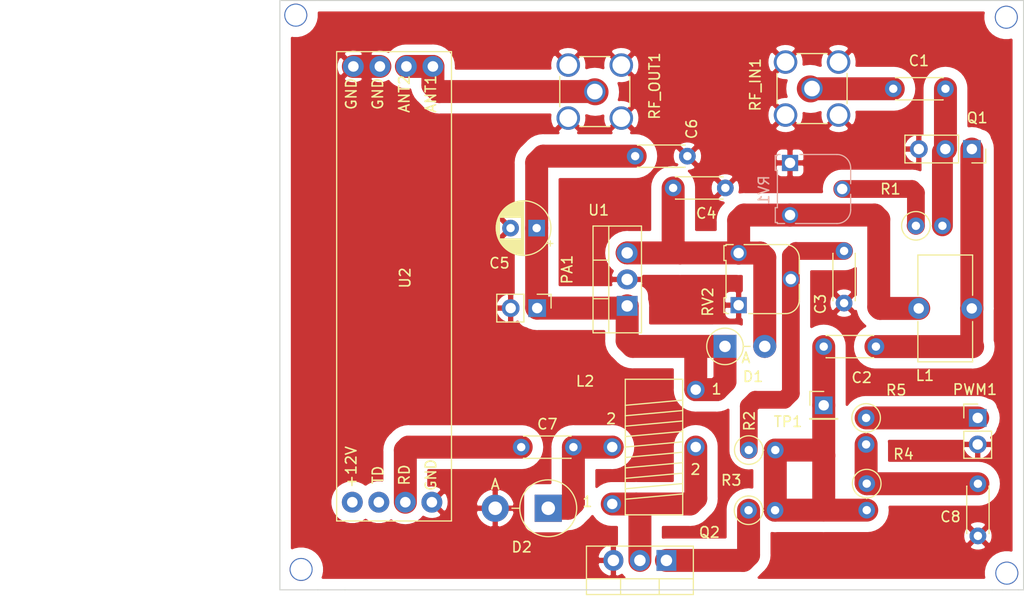
<source format=kicad_pcb>
(kicad_pcb (version 20171130) (host pcbnew 5.1.10-88a1d61d58~90~ubuntu20.04.1)

  (general
    (thickness 1.6)
    (drawings 18)
    (tracks 104)
    (zones 0)
    (modules 28)
    (nets 17)
  )

  (page User 200 200)
  (layers
    (0 F.Cu signal)
    (31 B.Cu signal hide)
    (33 F.Adhes user hide)
    (35 F.Paste user hide)
    (37 F.SilkS user)
    (38 B.Mask user hide)
    (39 F.Mask user hide)
    (40 Dwgs.User user hide)
    (41 Cmts.User user hide)
    (42 Eco1.User user hide)
    (43 Eco2.User user hide)
    (44 Edge.Cuts user)
    (45 Margin user hide)
    (46 B.CrtYd user hide)
    (47 F.CrtYd user)
    (49 F.Fab user)
  )

  (setup
    (last_trace_width 2.2)
    (user_trace_width 0.5)
    (user_trace_width 0.75)
    (user_trace_width 0.9)
    (user_trace_width 1)
    (user_trace_width 1.2)
    (user_trace_width 1.5)
    (user_trace_width 1.7)
    (user_trace_width 2)
    (user_trace_width 2.2)
    (user_trace_width 2.54)
    (trace_clearance 0.2)
    (zone_clearance 1)
    (zone_45_only no)
    (trace_min 0.2)
    (via_size 0.8)
    (via_drill 0.4)
    (via_min_size 0.4)
    (via_min_drill 0.3)
    (user_via 1.1 1)
    (user_via 2.2 2)
    (uvia_size 0.3)
    (uvia_drill 0.1)
    (uvias_allowed no)
    (uvia_min_size 0.2)
    (uvia_min_drill 0.1)
    (edge_width 0.1)
    (segment_width 0.2)
    (pcb_text_width 0.3)
    (pcb_text_size 1.5 1.5)
    (mod_edge_width 0.15)
    (mod_text_size 1 1)
    (mod_text_width 0.15)
    (pad_size 2.05 2.05)
    (pad_drill 1.5)
    (pad_to_mask_clearance 0)
    (aux_axis_origin 0 0)
    (visible_elements FFFFFF7F)
    (pcbplotparams
      (layerselection 0x011a0_7fffffff)
      (usegerberextensions false)
      (usegerberattributes true)
      (usegerberadvancedattributes true)
      (creategerberjobfile true)
      (excludeedgelayer true)
      (linewidth 0.100000)
      (plotframeref false)
      (viasonmask false)
      (mode 1)
      (useauxorigin false)
      (hpglpennumber 1)
      (hpglpenspeed 20)
      (hpglpendiameter 15.000000)
      (psnegative false)
      (psa4output false)
      (plotreference true)
      (plotvalue true)
      (plotinvisibletext false)
      (padsonsilk false)
      (subtractmaskfromsilk false)
      (outputformat 4)
      (mirror false)
      (drillshape 2)
      (scaleselection 1)
      (outputdirectory "plots/"))
  )

  (net 0 "")
  (net 1 GND)
  (net 2 +VDC)
  (net 3 "Net-(RF_OUT1-Pad1)")
  (net 4 "Net-(C3-Pad1)")
  (net 5 "Net-(PWM1-Pad1)")
  (net 6 /DC_BIAS_1)
  (net 7 "Net-(C2-Pad2)")
  (net 8 /DC_BIAS)
  (net 9 "Net-(C4-Pad2)")
  (net 10 "Net-(Q2-Pad1)")
  (net 11 "Net-(R1-Pad1)")
  (net 12 /DRAIN)
  (net 13 "Net-(C7-Pad2)")
  (net 14 "Net-(C8-Pad1)")
  (net 15 /8-10mW)
  (net 16 /RD_HACK)

  (net_class Default "This is the default net class."
    (clearance 0.2)
    (trace_width 0.25)
    (via_dia 0.8)
    (via_drill 0.4)
    (uvia_dia 0.3)
    (uvia_drill 0.1)
    (add_net +VDC)
    (add_net /8-10mW)
    (add_net /DC_BIAS)
    (add_net /DC_BIAS_1)
    (add_net /DRAIN)
    (add_net /RD_HACK)
    (add_net GND)
    (add_net "Net-(C2-Pad2)")
    (add_net "Net-(C3-Pad1)")
    (add_net "Net-(C4-Pad2)")
    (add_net "Net-(C7-Pad2)")
    (add_net "Net-(C8-Pad1)")
    (add_net "Net-(PWM1-Pad1)")
    (add_net "Net-(Q2-Pad1)")
    (add_net "Net-(R1-Pad1)")
    (add_net "Net-(RF_OUT1-Pad1)")
  )

  (module Diode_THT:D_DO-201_P5.08mm_Vertical_AnodeUp (layer F.Cu) (tedit 5AE50CD5) (tstamp 61727178)
    (at 89.97 108.18 180)
    (descr "Diode, DO-201 series, Axial, Vertical, pin pitch=5.08mm, , length*diameter=9.53*5.21mm^2, , http://www.diodes.com/_files/packages/DO-201.pdf")
    (tags "Diode DO-201 series Axial Vertical pin pitch 5.08mm  length 9.53mm diameter 5.21mm")
    (path /617372E0)
    (fp_text reference D2 (at 2.54 -3.725) (layer F.SilkS)
      (effects (font (size 1 1) (thickness 0.15)))
    )
    (fp_text value "75v 5W" (at 2.54 3.725) (layer F.Fab) hide
      (effects (font (size 1 1) (thickness 0.15)))
    )
    (fp_text user A (at 5.08 2.3) (layer F.SilkS)
      (effects (font (size 1 1) (thickness 0.15)))
    )
    (fp_text user A (at 5.08 2.3) (layer F.Fab)
      (effects (font (size 1 1) (thickness 0.15)))
    )
    (fp_text user %R (at 2.54 -3.725) (layer F.Fab)
      (effects (font (size 1 1) (thickness 0.15)))
    )
    (fp_circle (center 0 0) (end 2.605 0) (layer F.Fab) (width 0.1))
    (fp_circle (center 0 0) (end 2.725 0) (layer F.SilkS) (width 0.12))
    (fp_line (start 0 0) (end 5.08 0) (layer F.Fab) (width 0.1))
    (fp_line (start 2.725 0) (end 3.48 0) (layer F.SilkS) (width 0.12))
    (fp_line (start -2.86 -2.86) (end -2.86 2.86) (layer F.CrtYd) (width 0.05))
    (fp_line (start -2.86 2.86) (end 6.64 2.86) (layer F.CrtYd) (width 0.05))
    (fp_line (start 6.64 2.86) (end 6.64 -2.86) (layer F.CrtYd) (width 0.05))
    (fp_line (start 6.64 -2.86) (end -2.86 -2.86) (layer F.CrtYd) (width 0.05))
    (pad 2 thru_hole oval (at 5.08 0 180) (size 2.6 2.6) (drill 1.3) (layers *.Cu *.Mask)
      (net 1 GND))
    (pad 1 thru_hole rect (at 0 0 180) (size 2.6 2.6) (drill 1.3) (layers *.Cu *.Mask)
      (net 13 "Net-(C7-Pad2)"))
    (model ${KISYS3DMOD}/Diode_THT.3dshapes/D_DO-201_P5.08mm_Vertical_AnodeUp.wrl
      (at (xyz 0 0 0))
      (scale (xyz 1 1 1))
      (rotate (xyz 0 0 0))
    )
  )

  (module Capacitor_THT:C_Disc_D4.3mm_W1.9mm_P5.00mm (layer F.Cu) (tedit 5AE50EF0) (tstamp 61556D9A)
    (at 98.298 74.422)
    (descr "C, Disc series, Radial, pin pitch=5.00mm, , diameter*width=4.3*1.9mm^2, Capacitor, http://www.vishay.com/docs/45233/krseries.pdf")
    (tags "C Disc series Radial pin pitch 5.00mm  diameter 4.3mm width 1.9mm Capacitor")
    (path /6155A522)
    (fp_text reference C6 (at 5.41 -2.61 270) (layer F.SilkS)
      (effects (font (size 1 1) (thickness 0.15)))
    )
    (fp_text value 100nF (at 2.5 2.2) (layer F.Fab) hide
      (effects (font (size 1 1) (thickness 0.15)))
    )
    (fp_line (start 0.35 -0.95) (end 0.35 0.95) (layer F.Fab) (width 0.1))
    (fp_line (start 0.35 0.95) (end 4.65 0.95) (layer F.Fab) (width 0.1))
    (fp_line (start 4.65 0.95) (end 4.65 -0.95) (layer F.Fab) (width 0.1))
    (fp_line (start 4.65 -0.95) (end 0.35 -0.95) (layer F.Fab) (width 0.1))
    (fp_line (start 0.23 -1.07) (end 4.77 -1.07) (layer F.SilkS) (width 0.12))
    (fp_line (start 0.23 1.07) (end 4.77 1.07) (layer F.SilkS) (width 0.12))
    (fp_line (start 0.23 -1.07) (end 0.23 -1.055) (layer F.SilkS) (width 0.12))
    (fp_line (start 0.23 1.055) (end 0.23 1.07) (layer F.SilkS) (width 0.12))
    (fp_line (start 4.77 -1.07) (end 4.77 -1.055) (layer F.SilkS) (width 0.12))
    (fp_line (start 4.77 1.055) (end 4.77 1.07) (layer F.SilkS) (width 0.12))
    (fp_line (start -1.05 -1.2) (end -1.05 1.2) (layer F.CrtYd) (width 0.05))
    (fp_line (start -1.05 1.2) (end 6.05 1.2) (layer F.CrtYd) (width 0.05))
    (fp_line (start 6.05 1.2) (end 6.05 -1.2) (layer F.CrtYd) (width 0.05))
    (fp_line (start 6.05 -1.2) (end -1.05 -1.2) (layer F.CrtYd) (width 0.05))
    (fp_text user %R (at 2.5 0) (layer F.Fab)
      (effects (font (size 0.86 0.86) (thickness 0.129)))
    )
    (pad 2 thru_hole circle (at 5 0) (size 1.6 1.6) (drill 0.8) (layers *.Cu *.Mask)
      (net 1 GND))
    (pad 1 thru_hole circle (at 0 0) (size 1.6 1.6) (drill 0.8) (layers *.Cu *.Mask)
      (net 2 +VDC))
    (model ${KISYS3DMOD}/Capacitor_THT.3dshapes/C_Disc_D4.3mm_W1.9mm_P5.00mm.wrl
      (at (xyz 0 0 0))
      (scale (xyz 1 1 1))
      (rotate (xyz 0 0 0))
    )
  )

  (module Capacitor_THT:CP_Radial_D5.0mm_P2.50mm (layer F.Cu) (tedit 5AE50EF0) (tstamp 615559F0)
    (at 88.86 81.32 180)
    (descr "CP, Radial series, Radial, pin pitch=2.50mm, , diameter=5mm, Electrolytic Capacitor")
    (tags "CP Radial series Radial pin pitch 2.50mm  diameter 5mm Electrolytic Capacitor")
    (path /6068F2D2)
    (fp_text reference C5 (at 3.568 -3.362) (layer F.SilkS)
      (effects (font (size 1 1) (thickness 0.15)))
    )
    (fp_text value "10uF 50v" (at 1.25 3.75) (layer F.Fab) hide
      (effects (font (size 1 1) (thickness 0.15)))
    )
    (fp_line (start -1.304775 -1.725) (end -1.304775 -1.225) (layer F.SilkS) (width 0.12))
    (fp_line (start -1.554775 -1.475) (end -1.054775 -1.475) (layer F.SilkS) (width 0.12))
    (fp_line (start 3.851 -0.284) (end 3.851 0.284) (layer F.SilkS) (width 0.12))
    (fp_line (start 3.811 -0.518) (end 3.811 0.518) (layer F.SilkS) (width 0.12))
    (fp_line (start 3.771 -0.677) (end 3.771 0.677) (layer F.SilkS) (width 0.12))
    (fp_line (start 3.731 -0.805) (end 3.731 0.805) (layer F.SilkS) (width 0.12))
    (fp_line (start 3.691 -0.915) (end 3.691 0.915) (layer F.SilkS) (width 0.12))
    (fp_line (start 3.651 -1.011) (end 3.651 1.011) (layer F.SilkS) (width 0.12))
    (fp_line (start 3.611 -1.098) (end 3.611 1.098) (layer F.SilkS) (width 0.12))
    (fp_line (start 3.571 -1.178) (end 3.571 1.178) (layer F.SilkS) (width 0.12))
    (fp_line (start 3.531 1.04) (end 3.531 1.251) (layer F.SilkS) (width 0.12))
    (fp_line (start 3.531 -1.251) (end 3.531 -1.04) (layer F.SilkS) (width 0.12))
    (fp_line (start 3.491 1.04) (end 3.491 1.319) (layer F.SilkS) (width 0.12))
    (fp_line (start 3.491 -1.319) (end 3.491 -1.04) (layer F.SilkS) (width 0.12))
    (fp_line (start 3.451 1.04) (end 3.451 1.383) (layer F.SilkS) (width 0.12))
    (fp_line (start 3.451 -1.383) (end 3.451 -1.04) (layer F.SilkS) (width 0.12))
    (fp_line (start 3.411 1.04) (end 3.411 1.443) (layer F.SilkS) (width 0.12))
    (fp_line (start 3.411 -1.443) (end 3.411 -1.04) (layer F.SilkS) (width 0.12))
    (fp_line (start 3.371 1.04) (end 3.371 1.5) (layer F.SilkS) (width 0.12))
    (fp_line (start 3.371 -1.5) (end 3.371 -1.04) (layer F.SilkS) (width 0.12))
    (fp_line (start 3.331 1.04) (end 3.331 1.554) (layer F.SilkS) (width 0.12))
    (fp_line (start 3.331 -1.554) (end 3.331 -1.04) (layer F.SilkS) (width 0.12))
    (fp_line (start 3.291 1.04) (end 3.291 1.605) (layer F.SilkS) (width 0.12))
    (fp_line (start 3.291 -1.605) (end 3.291 -1.04) (layer F.SilkS) (width 0.12))
    (fp_line (start 3.251 1.04) (end 3.251 1.653) (layer F.SilkS) (width 0.12))
    (fp_line (start 3.251 -1.653) (end 3.251 -1.04) (layer F.SilkS) (width 0.12))
    (fp_line (start 3.211 1.04) (end 3.211 1.699) (layer F.SilkS) (width 0.12))
    (fp_line (start 3.211 -1.699) (end 3.211 -1.04) (layer F.SilkS) (width 0.12))
    (fp_line (start 3.171 1.04) (end 3.171 1.743) (layer F.SilkS) (width 0.12))
    (fp_line (start 3.171 -1.743) (end 3.171 -1.04) (layer F.SilkS) (width 0.12))
    (fp_line (start 3.131 1.04) (end 3.131 1.785) (layer F.SilkS) (width 0.12))
    (fp_line (start 3.131 -1.785) (end 3.131 -1.04) (layer F.SilkS) (width 0.12))
    (fp_line (start 3.091 1.04) (end 3.091 1.826) (layer F.SilkS) (width 0.12))
    (fp_line (start 3.091 -1.826) (end 3.091 -1.04) (layer F.SilkS) (width 0.12))
    (fp_line (start 3.051 1.04) (end 3.051 1.864) (layer F.SilkS) (width 0.12))
    (fp_line (start 3.051 -1.864) (end 3.051 -1.04) (layer F.SilkS) (width 0.12))
    (fp_line (start 3.011 1.04) (end 3.011 1.901) (layer F.SilkS) (width 0.12))
    (fp_line (start 3.011 -1.901) (end 3.011 -1.04) (layer F.SilkS) (width 0.12))
    (fp_line (start 2.971 1.04) (end 2.971 1.937) (layer F.SilkS) (width 0.12))
    (fp_line (start 2.971 -1.937) (end 2.971 -1.04) (layer F.SilkS) (width 0.12))
    (fp_line (start 2.931 1.04) (end 2.931 1.971) (layer F.SilkS) (width 0.12))
    (fp_line (start 2.931 -1.971) (end 2.931 -1.04) (layer F.SilkS) (width 0.12))
    (fp_line (start 2.891 1.04) (end 2.891 2.004) (layer F.SilkS) (width 0.12))
    (fp_line (start 2.891 -2.004) (end 2.891 -1.04) (layer F.SilkS) (width 0.12))
    (fp_line (start 2.851 1.04) (end 2.851 2.035) (layer F.SilkS) (width 0.12))
    (fp_line (start 2.851 -2.035) (end 2.851 -1.04) (layer F.SilkS) (width 0.12))
    (fp_line (start 2.811 1.04) (end 2.811 2.065) (layer F.SilkS) (width 0.12))
    (fp_line (start 2.811 -2.065) (end 2.811 -1.04) (layer F.SilkS) (width 0.12))
    (fp_line (start 2.771 1.04) (end 2.771 2.095) (layer F.SilkS) (width 0.12))
    (fp_line (start 2.771 -2.095) (end 2.771 -1.04) (layer F.SilkS) (width 0.12))
    (fp_line (start 2.731 1.04) (end 2.731 2.122) (layer F.SilkS) (width 0.12))
    (fp_line (start 2.731 -2.122) (end 2.731 -1.04) (layer F.SilkS) (width 0.12))
    (fp_line (start 2.691 1.04) (end 2.691 2.149) (layer F.SilkS) (width 0.12))
    (fp_line (start 2.691 -2.149) (end 2.691 -1.04) (layer F.SilkS) (width 0.12))
    (fp_line (start 2.651 1.04) (end 2.651 2.175) (layer F.SilkS) (width 0.12))
    (fp_line (start 2.651 -2.175) (end 2.651 -1.04) (layer F.SilkS) (width 0.12))
    (fp_line (start 2.611 1.04) (end 2.611 2.2) (layer F.SilkS) (width 0.12))
    (fp_line (start 2.611 -2.2) (end 2.611 -1.04) (layer F.SilkS) (width 0.12))
    (fp_line (start 2.571 1.04) (end 2.571 2.224) (layer F.SilkS) (width 0.12))
    (fp_line (start 2.571 -2.224) (end 2.571 -1.04) (layer F.SilkS) (width 0.12))
    (fp_line (start 2.531 1.04) (end 2.531 2.247) (layer F.SilkS) (width 0.12))
    (fp_line (start 2.531 -2.247) (end 2.531 -1.04) (layer F.SilkS) (width 0.12))
    (fp_line (start 2.491 1.04) (end 2.491 2.268) (layer F.SilkS) (width 0.12))
    (fp_line (start 2.491 -2.268) (end 2.491 -1.04) (layer F.SilkS) (width 0.12))
    (fp_line (start 2.451 1.04) (end 2.451 2.29) (layer F.SilkS) (width 0.12))
    (fp_line (start 2.451 -2.29) (end 2.451 -1.04) (layer F.SilkS) (width 0.12))
    (fp_line (start 2.411 1.04) (end 2.411 2.31) (layer F.SilkS) (width 0.12))
    (fp_line (start 2.411 -2.31) (end 2.411 -1.04) (layer F.SilkS) (width 0.12))
    (fp_line (start 2.371 1.04) (end 2.371 2.329) (layer F.SilkS) (width 0.12))
    (fp_line (start 2.371 -2.329) (end 2.371 -1.04) (layer F.SilkS) (width 0.12))
    (fp_line (start 2.331 1.04) (end 2.331 2.348) (layer F.SilkS) (width 0.12))
    (fp_line (start 2.331 -2.348) (end 2.331 -1.04) (layer F.SilkS) (width 0.12))
    (fp_line (start 2.291 1.04) (end 2.291 2.365) (layer F.SilkS) (width 0.12))
    (fp_line (start 2.291 -2.365) (end 2.291 -1.04) (layer F.SilkS) (width 0.12))
    (fp_line (start 2.251 1.04) (end 2.251 2.382) (layer F.SilkS) (width 0.12))
    (fp_line (start 2.251 -2.382) (end 2.251 -1.04) (layer F.SilkS) (width 0.12))
    (fp_line (start 2.211 1.04) (end 2.211 2.398) (layer F.SilkS) (width 0.12))
    (fp_line (start 2.211 -2.398) (end 2.211 -1.04) (layer F.SilkS) (width 0.12))
    (fp_line (start 2.171 1.04) (end 2.171 2.414) (layer F.SilkS) (width 0.12))
    (fp_line (start 2.171 -2.414) (end 2.171 -1.04) (layer F.SilkS) (width 0.12))
    (fp_line (start 2.131 1.04) (end 2.131 2.428) (layer F.SilkS) (width 0.12))
    (fp_line (start 2.131 -2.428) (end 2.131 -1.04) (layer F.SilkS) (width 0.12))
    (fp_line (start 2.091 1.04) (end 2.091 2.442) (layer F.SilkS) (width 0.12))
    (fp_line (start 2.091 -2.442) (end 2.091 -1.04) (layer F.SilkS) (width 0.12))
    (fp_line (start 2.051 1.04) (end 2.051 2.455) (layer F.SilkS) (width 0.12))
    (fp_line (start 2.051 -2.455) (end 2.051 -1.04) (layer F.SilkS) (width 0.12))
    (fp_line (start 2.011 1.04) (end 2.011 2.468) (layer F.SilkS) (width 0.12))
    (fp_line (start 2.011 -2.468) (end 2.011 -1.04) (layer F.SilkS) (width 0.12))
    (fp_line (start 1.971 1.04) (end 1.971 2.48) (layer F.SilkS) (width 0.12))
    (fp_line (start 1.971 -2.48) (end 1.971 -1.04) (layer F.SilkS) (width 0.12))
    (fp_line (start 1.93 1.04) (end 1.93 2.491) (layer F.SilkS) (width 0.12))
    (fp_line (start 1.93 -2.491) (end 1.93 -1.04) (layer F.SilkS) (width 0.12))
    (fp_line (start 1.89 1.04) (end 1.89 2.501) (layer F.SilkS) (width 0.12))
    (fp_line (start 1.89 -2.501) (end 1.89 -1.04) (layer F.SilkS) (width 0.12))
    (fp_line (start 1.85 1.04) (end 1.85 2.511) (layer F.SilkS) (width 0.12))
    (fp_line (start 1.85 -2.511) (end 1.85 -1.04) (layer F.SilkS) (width 0.12))
    (fp_line (start 1.81 1.04) (end 1.81 2.52) (layer F.SilkS) (width 0.12))
    (fp_line (start 1.81 -2.52) (end 1.81 -1.04) (layer F.SilkS) (width 0.12))
    (fp_line (start 1.77 1.04) (end 1.77 2.528) (layer F.SilkS) (width 0.12))
    (fp_line (start 1.77 -2.528) (end 1.77 -1.04) (layer F.SilkS) (width 0.12))
    (fp_line (start 1.73 1.04) (end 1.73 2.536) (layer F.SilkS) (width 0.12))
    (fp_line (start 1.73 -2.536) (end 1.73 -1.04) (layer F.SilkS) (width 0.12))
    (fp_line (start 1.69 1.04) (end 1.69 2.543) (layer F.SilkS) (width 0.12))
    (fp_line (start 1.69 -2.543) (end 1.69 -1.04) (layer F.SilkS) (width 0.12))
    (fp_line (start 1.65 1.04) (end 1.65 2.55) (layer F.SilkS) (width 0.12))
    (fp_line (start 1.65 -2.55) (end 1.65 -1.04) (layer F.SilkS) (width 0.12))
    (fp_line (start 1.61 1.04) (end 1.61 2.556) (layer F.SilkS) (width 0.12))
    (fp_line (start 1.61 -2.556) (end 1.61 -1.04) (layer F.SilkS) (width 0.12))
    (fp_line (start 1.57 1.04) (end 1.57 2.561) (layer F.SilkS) (width 0.12))
    (fp_line (start 1.57 -2.561) (end 1.57 -1.04) (layer F.SilkS) (width 0.12))
    (fp_line (start 1.53 1.04) (end 1.53 2.565) (layer F.SilkS) (width 0.12))
    (fp_line (start 1.53 -2.565) (end 1.53 -1.04) (layer F.SilkS) (width 0.12))
    (fp_line (start 1.49 1.04) (end 1.49 2.569) (layer F.SilkS) (width 0.12))
    (fp_line (start 1.49 -2.569) (end 1.49 -1.04) (layer F.SilkS) (width 0.12))
    (fp_line (start 1.45 -2.573) (end 1.45 2.573) (layer F.SilkS) (width 0.12))
    (fp_line (start 1.41 -2.576) (end 1.41 2.576) (layer F.SilkS) (width 0.12))
    (fp_line (start 1.37 -2.578) (end 1.37 2.578) (layer F.SilkS) (width 0.12))
    (fp_line (start 1.33 -2.579) (end 1.33 2.579) (layer F.SilkS) (width 0.12))
    (fp_line (start 1.29 -2.58) (end 1.29 2.58) (layer F.SilkS) (width 0.12))
    (fp_line (start 1.25 -2.58) (end 1.25 2.58) (layer F.SilkS) (width 0.12))
    (fp_line (start -0.633605 -1.3375) (end -0.633605 -0.8375) (layer F.Fab) (width 0.1))
    (fp_line (start -0.883605 -1.0875) (end -0.383605 -1.0875) (layer F.Fab) (width 0.1))
    (fp_circle (center 1.25 0) (end 4 0) (layer F.CrtYd) (width 0.05))
    (fp_circle (center 1.25 0) (end 3.87 0) (layer F.SilkS) (width 0.12))
    (fp_circle (center 1.25 0) (end 3.75 0) (layer F.Fab) (width 0.1))
    (fp_text user %R (at 1.25 0) (layer F.Fab)
      (effects (font (size 1 1) (thickness 0.15)))
    )
    (pad 2 thru_hole circle (at 2.5 0 180) (size 1.6 1.6) (drill 0.8) (layers *.Cu *.Mask)
      (net 1 GND))
    (pad 1 thru_hole rect (at 0 0 180) (size 1.6 1.6) (drill 0.8) (layers *.Cu *.Mask)
      (net 2 +VDC))
    (model ${KISYS3DMOD}/Capacitor_THT.3dshapes/CP_Radial_D5.0mm_P2.50mm.wrl
      (at (xyz 0 0 0))
      (scale (xyz 1 1 1))
      (rotate (xyz 0 0 0))
    )
  )

  (module Connector_PinHeader_2.54mm:PinHeader_1x01_P2.54mm_Vertical (layer F.Cu) (tedit 59FED5CC) (tstamp 61554968)
    (at 116.36 98.31)
    (descr "Through hole straight pin header, 1x01, 2.54mm pitch, single row")
    (tags "Through hole pin header THT 1x01 2.54mm single row")
    (path /61582AB5)
    (fp_text reference TP1 (at -3.42 1.57) (layer F.SilkS)
      (effects (font (size 1 1) (thickness 0.15)))
    )
    (fp_text value TestPoint (at 0 2.33) (layer F.Fab) hide
      (effects (font (size 1 1) (thickness 0.15)))
    )
    (fp_line (start -0.635 -1.27) (end 1.27 -1.27) (layer F.Fab) (width 0.1))
    (fp_line (start 1.27 -1.27) (end 1.27 1.27) (layer F.Fab) (width 0.1))
    (fp_line (start 1.27 1.27) (end -1.27 1.27) (layer F.Fab) (width 0.1))
    (fp_line (start -1.27 1.27) (end -1.27 -0.635) (layer F.Fab) (width 0.1))
    (fp_line (start -1.27 -0.635) (end -0.635 -1.27) (layer F.Fab) (width 0.1))
    (fp_line (start -1.33 1.33) (end 1.33 1.33) (layer F.SilkS) (width 0.12))
    (fp_line (start -1.33 1.27) (end -1.33 1.33) (layer F.SilkS) (width 0.12))
    (fp_line (start 1.33 1.27) (end 1.33 1.33) (layer F.SilkS) (width 0.12))
    (fp_line (start -1.33 1.27) (end 1.33 1.27) (layer F.SilkS) (width 0.12))
    (fp_line (start -1.33 0) (end -1.33 -1.33) (layer F.SilkS) (width 0.12))
    (fp_line (start -1.33 -1.33) (end 0 -1.33) (layer F.SilkS) (width 0.12))
    (fp_line (start -1.8 -1.8) (end -1.8 1.8) (layer F.CrtYd) (width 0.05))
    (fp_line (start -1.8 1.8) (end 1.8 1.8) (layer F.CrtYd) (width 0.05))
    (fp_line (start 1.8 1.8) (end 1.8 -1.8) (layer F.CrtYd) (width 0.05))
    (fp_line (start 1.8 -1.8) (end -1.8 -1.8) (layer F.CrtYd) (width 0.05))
    (fp_text user %R (at 0 0 90) (layer F.Fab)
      (effects (font (size 1 1) (thickness 0.15)))
    )
    (pad 1 thru_hole rect (at 0 0) (size 1.7 1.7) (drill 1) (layers *.Cu *.Mask)
      (net 8 /DC_BIAS))
    (model ${KISYS3DMOD}/Connector_PinHeader_2.54mm.3dshapes/PinHeader_1x01_P2.54mm_Vertical.wrl
      (at (xyz 0 0 0))
      (scale (xyz 1 1 1))
      (rotate (xyz 0 0 0))
    )
  )

  (module Potentiometer_THT:Potentiometer_Runtron_RM-065_Vertical (layer B.Cu) (tedit 5BF6754C) (tstamp 61551626)
    (at 113.13 75.07 270)
    (descr "Potentiometer, vertical, Trimmer, RM-065 http://www.runtron.com/down/PDF%20Datasheet/Carbon%20Film%20Potentiometer/RM065%20RM063.pdf")
    (tags "Potentiometer Trimmer RM-065")
    (path /614F3E55)
    (fp_text reference RV1 (at 2.6 2.5 270) (layer B.SilkS)
      (effects (font (size 1 1) (thickness 0.15)) (justify mirror))
    )
    (fp_text value 4.7k (at 2.6 -7.4 270) (layer B.Fab)
      (effects (font (size 1 1) (thickness 0.15)) (justify mirror))
    )
    (fp_line (start -0.71 1.41) (end 0.71 1.41) (layer B.SilkS) (width 0.12))
    (fp_line (start 0.71 1.21) (end 4.29 1.21) (layer B.SilkS) (width 0.12))
    (fp_line (start 4.29 1.21) (end 4.29 1.41) (layer B.SilkS) (width 0.12))
    (fp_line (start 4.29 1.41) (end 5.71 1.41) (layer B.SilkS) (width 0.12))
    (fp_line (start 5.71 1.41) (end 5.71 1.21) (layer B.SilkS) (width 0.12))
    (fp_line (start 1.99 -5.81) (end 0.5 -5.81) (layer B.SilkS) (width 0.12))
    (fp_line (start -0.81 -4.5) (end -0.81 -0.96) (layer B.SilkS) (width 0.12))
    (fp_line (start 5.81 -0.52) (end 5.81 -4.5) (layer B.SilkS) (width 0.12))
    (fp_line (start 4.5 -5.81) (end 3.01 -5.81) (layer B.SilkS) (width 0.12))
    (fp_line (start 0.5 -5.7) (end 4.5 -5.7) (layer B.Fab) (width 0.1))
    (fp_line (start 5.7 -4.5) (end 5.7 1.1) (layer B.Fab) (width 0.1))
    (fp_line (start -0.7 -4.5) (end -0.7 1.1) (layer B.Fab) (width 0.1))
    (fp_line (start -0.6 1.1) (end -0.6 1.3) (layer B.Fab) (width 0.1))
    (fp_line (start -0.6 1.3) (end 0.6 1.3) (layer B.Fab) (width 0.1))
    (fp_line (start 0.6 1.3) (end 0.6 1.1) (layer B.Fab) (width 0.1))
    (fp_line (start 5.6 1.1) (end 5.6 1.3) (layer B.Fab) (width 0.1))
    (fp_line (start 5.6 1.3) (end 4.41 1.3) (layer B.Fab) (width 0.1))
    (fp_line (start 4.4 1.3) (end 4.4 1.1) (layer B.Fab) (width 0.1))
    (fp_line (start 5.7 1.1) (end -0.7 1.1) (layer B.Fab) (width 0.1))
    (fp_line (start 6.05 -6.03) (end -1.05 -6.03) (layer B.CrtYd) (width 0.05))
    (fp_line (start 6.03 -6.05) (end 6.03 1.55) (layer B.CrtYd) (width 0.05))
    (fp_line (start -1.03 1.55) (end -1.03 -6.05) (layer B.CrtYd) (width 0.05))
    (fp_line (start -1.03 1.55) (end 6.03 1.55) (layer B.CrtYd) (width 0.05))
    (fp_circle (center 2.5 -2.5) (end 5.5 -2.5) (layer B.Fab) (width 0.1))
    (fp_line (start 0.71 1.21) (end 0.71 1.41) (layer B.SilkS) (width 0.12))
    (fp_line (start -0.71 1.41) (end -0.71 1.21) (layer B.SilkS) (width 0.12))
    (fp_line (start -0.71 1.21) (end -0.81 1.21) (layer B.SilkS) (width 0.12))
    (fp_line (start -0.81 1.21) (end -0.81 0.96) (layer B.SilkS) (width 0.12))
    (fp_line (start 5.71 1.21) (end 5.81 1.21) (layer B.SilkS) (width 0.12))
    (fp_line (start 5.81 1.21) (end 5.81 0.52) (layer B.SilkS) (width 0.12))
    (fp_arc (start 4.5 -4.5) (end 4.5 -5.81) (angle 90) (layer B.SilkS) (width 0.12))
    (fp_arc (start 0.5 -4.5) (end -0.81 -4.5) (angle 90) (layer B.SilkS) (width 0.12))
    (fp_arc (start 0.5 -4.5) (end -0.7 -4.5) (angle 90) (layer B.Fab) (width 0.1))
    (fp_arc (start 4.5 -4.5) (end 4.5 -5.7) (angle 90) (layer B.Fab) (width 0.1))
    (fp_text user %R (at 2.5 -2.5 270) (layer B.Fab)
      (effects (font (size 1 1) (thickness 0.15)) (justify mirror))
    )
    (pad 3 thru_hole circle (at 5 0 270) (size 1.55 1.55) (drill 1) (layers *.Cu *.Mask)
      (net 9 "Net-(C4-Pad2)"))
    (pad 1 thru_hole rect (at 0 0 270) (size 1.55 1.55) (drill 1) (layers *.Cu *.Mask)
      (net 1 GND))
    (pad 2 thru_hole circle (at 2.5 -5 270) (size 1.55 1.55) (drill 1) (layers *.Cu *.Mask)
      (net 11 "Net-(R1-Pad1)"))
    (model ${KIPRJMOD}/models/Poti_10kohm.stp
      (offset (xyz 2.5 -3.3 -1.5))
      (scale (xyz 1 1 1))
      (rotate (xyz -180 0 90))
    )
  )

  (module Diode_THT:D_DO-41_SOD81_P3.81mm_Vertical_AnodeUp (layer F.Cu) (tedit 5B526DD3) (tstamp 614DF06E)
    (at 106.9 92.66)
    (descr "Diode, DO-41_SOD81 series, Axial, Vertical, pin pitch=3.81mm, , length*diameter=5.2*2.7mm^2, , https://www.diodes.com/assets/Package-Files/DO-41-Plastic.pdf")
    (tags "Diode DO-41_SOD81 series Axial Vertical pin pitch 3.81mm  length 5.2mm diameter 2.7mm")
    (path /61502329)
    (fp_text reference D1 (at 2.69 2.9 180) (layer F.SilkS)
      (effects (font (size 1 1) (thickness 0.15)))
    )
    (fp_text value 1N4007 (at 1.71 3.05) (layer F.Fab) hide
      (effects (font (size 1 1) (thickness 0.15)))
    )
    (fp_circle (center 0 0) (end 1.35 0) (layer F.Fab) (width 0.1))
    (fp_circle (center 0 0) (end 1.750635 0) (layer F.SilkS) (width 0.12))
    (fp_line (start 0 0) (end 3.81 0) (layer F.Fab) (width 0.1))
    (fp_line (start 1.750635 0) (end 2.41 0) (layer F.SilkS) (width 0.12))
    (fp_line (start -1.6 -1.6) (end -1.6 1.6) (layer F.CrtYd) (width 0.05))
    (fp_line (start -1.6 1.6) (end 5.16 1.6) (layer F.CrtYd) (width 0.05))
    (fp_line (start 5.16 1.6) (end 5.16 -1.6) (layer F.CrtYd) (width 0.05))
    (fp_line (start 5.16 -1.6) (end -1.6 -1.6) (layer F.CrtYd) (width 0.05))
    (fp_text user A (at 2.01 1.1) (layer F.SilkS)
      (effects (font (size 1 1) (thickness 0.15)))
    )
    (fp_text user A (at 2.01 1.1) (layer F.Fab)
      (effects (font (size 1 1) (thickness 0.15)))
    )
    (fp_text user %R (at 1.905 -2.750635) (layer F.Fab) hide
      (effects (font (size 1 1) (thickness 0.15)))
    )
    (pad 2 thru_hole oval (at 3.81 0) (size 2.2 2.2) (drill 1.1) (layers *.Cu *.Mask)
      (net 9 "Net-(C4-Pad2)"))
    (pad 1 thru_hole rect (at 0 0) (size 2.2 2.2) (drill 1.1) (layers *.Cu *.Mask)
      (net 2 +VDC))
    (model ${KISYS3DMOD}/Diode_THT.3dshapes/D_DO-41_SOD81_P3.81mm_Vertical_AnodeUp.wrl
      (at (xyz 0 0 0))
      (scale (xyz 1 1 1))
      (rotate (xyz 0 0 0))
    )
  )

  (module Potentiometer_THT:Potentiometer_Runtron_RM-065_Vertical (layer F.Cu) (tedit 5BF6754C) (tstamp 615502A7)
    (at 108.21 88.71 90)
    (descr "Potentiometer, vertical, Trimmer, RM-065 http://www.runtron.com/down/PDF%20Datasheet/Carbon%20Film%20Potentiometer/RM065%20RM063.pdf")
    (tags "Potentiometer Trimmer RM-065")
    (path /61088B73)
    (fp_text reference RV2 (at 0.318 -2.95 90) (layer F.SilkS)
      (effects (font (size 1 1) (thickness 0.15)))
    )
    (fp_text value 4.7k (at 2.6 7.4 90) (layer F.Fab) hide
      (effects (font (size 1 1) (thickness 0.15)))
    )
    (fp_line (start 5.81 -1.21) (end 5.81 -0.52) (layer F.SilkS) (width 0.12))
    (fp_line (start 5.71 -1.21) (end 5.81 -1.21) (layer F.SilkS) (width 0.12))
    (fp_line (start -0.81 -1.21) (end -0.81 -0.96) (layer F.SilkS) (width 0.12))
    (fp_line (start -0.71 -1.21) (end -0.81 -1.21) (layer F.SilkS) (width 0.12))
    (fp_line (start -0.71 -1.41) (end -0.71 -1.21) (layer F.SilkS) (width 0.12))
    (fp_line (start 0.71 -1.21) (end 0.71 -1.41) (layer F.SilkS) (width 0.12))
    (fp_circle (center 2.5 2.5) (end 5.5 2.5) (layer F.Fab) (width 0.1))
    (fp_line (start -1.03 -1.55) (end 6.03 -1.55) (layer F.CrtYd) (width 0.05))
    (fp_line (start -1.03 -1.55) (end -1.03 6.05) (layer F.CrtYd) (width 0.05))
    (fp_line (start 6.03 6.05) (end 6.03 -1.55) (layer F.CrtYd) (width 0.05))
    (fp_line (start 6.05 6.03) (end -1.05 6.03) (layer F.CrtYd) (width 0.05))
    (fp_line (start 5.7 -1.1) (end -0.7 -1.1) (layer F.Fab) (width 0.1))
    (fp_line (start 4.4 -1.3) (end 4.4 -1.1) (layer F.Fab) (width 0.1))
    (fp_line (start 5.6 -1.3) (end 4.41 -1.3) (layer F.Fab) (width 0.1))
    (fp_line (start 5.6 -1.1) (end 5.6 -1.3) (layer F.Fab) (width 0.1))
    (fp_line (start 0.6 -1.3) (end 0.6 -1.1) (layer F.Fab) (width 0.1))
    (fp_line (start -0.6 -1.3) (end 0.6 -1.3) (layer F.Fab) (width 0.1))
    (fp_line (start -0.6 -1.1) (end -0.6 -1.3) (layer F.Fab) (width 0.1))
    (fp_line (start -0.7 4.5) (end -0.7 -1.1) (layer F.Fab) (width 0.1))
    (fp_line (start 5.7 4.5) (end 5.7 -1.1) (layer F.Fab) (width 0.1))
    (fp_line (start 0.5 5.7) (end 4.5 5.7) (layer F.Fab) (width 0.1))
    (fp_line (start 4.5 5.81) (end 3.01 5.81) (layer F.SilkS) (width 0.12))
    (fp_line (start 5.81 0.52) (end 5.81 4.5) (layer F.SilkS) (width 0.12))
    (fp_line (start -0.81 4.5) (end -0.81 0.96) (layer F.SilkS) (width 0.12))
    (fp_line (start 1.99 5.81) (end 0.5 5.81) (layer F.SilkS) (width 0.12))
    (fp_line (start 5.71 -1.41) (end 5.71 -1.21) (layer F.SilkS) (width 0.12))
    (fp_line (start 4.29 -1.41) (end 5.71 -1.41) (layer F.SilkS) (width 0.12))
    (fp_line (start 4.29 -1.21) (end 4.29 -1.41) (layer F.SilkS) (width 0.12))
    (fp_line (start 0.71 -1.21) (end 4.29 -1.21) (layer F.SilkS) (width 0.12))
    (fp_line (start -0.71 -1.41) (end 0.71 -1.41) (layer F.SilkS) (width 0.12))
    (fp_text user %R (at 2.5 2.5 90) (layer F.Fab)
      (effects (font (size 1 1) (thickness 0.15)))
    )
    (fp_arc (start 4.5 4.5) (end 4.5 5.7) (angle -90) (layer F.Fab) (width 0.1))
    (fp_arc (start 0.5 4.5) (end -0.7 4.5) (angle -90) (layer F.Fab) (width 0.1))
    (fp_arc (start 0.5 4.5) (end -0.81 4.5) (angle -90) (layer F.SilkS) (width 0.12))
    (fp_arc (start 4.5 4.5) (end 4.5 5.81) (angle -90) (layer F.SilkS) (width 0.12))
    (pad 2 thru_hole circle (at 2.5 5 90) (size 1.55 1.55) (drill 1) (layers *.Cu *.Mask)
      (net 4 "Net-(C3-Pad1)"))
    (pad 1 thru_hole rect (at 0 0 90) (size 1.55 1.55) (drill 1) (layers *.Cu *.Mask)
      (net 1 GND))
    (pad 3 thru_hole circle (at 5 0 90) (size 1.55 1.55) (drill 1) (layers *.Cu *.Mask)
      (net 9 "Net-(C4-Pad2)"))
    (model ${KIPRJMOD}/models/Poti_10kohm.stp
      (offset (xyz 2.5 -2.5 0))
      (scale (xyz 1 1 1))
      (rotate (xyz 0 0 90))
    )
  )

  (module Inductor_THT:L_Toroid_Vertical_L10.0mm_W5.0mm_P5.08mm (layer F.Cu) (tedit 5AE59B06) (tstamp 614DEB38)
    (at 130.54 89.02 270)
    (descr "L_Toroid, Vertical series, Radial, pin pitch=5.08mm, , length*width=10*5mm^2")
    (tags "L_Toroid Vertical series Radial pin pitch 5.08mm  length 10mm width 5mm")
    (path /6158E5EA)
    (fp_text reference L1 (at 6.44 4.49 180) (layer F.SilkS)
      (effects (font (size 1 1) (thickness 0.15)))
    )
    (fp_text value RFC1 (at 0 7.33 90) (layer F.Fab) hide
      (effects (font (size 1 1) (thickness 0.15)))
    )
    (fp_line (start -5 0.04) (end -5 5.04) (layer F.Fab) (width 0.1))
    (fp_line (start -5 5.04) (end 5 5.04) (layer F.Fab) (width 0.1))
    (fp_line (start 5 5.04) (end 5 0.04) (layer F.Fab) (width 0.1))
    (fp_line (start 5 0.04) (end -5 0.04) (layer F.Fab) (width 0.1))
    (fp_line (start -4 0) (end -4 5.08) (layer F.Fab) (width 0.1))
    (fp_line (start -4 5.08) (end 4 5.08) (layer F.Fab) (width 0.1))
    (fp_line (start 4 5.08) (end 4 0) (layer F.Fab) (width 0.1))
    (fp_line (start 4 0) (end -4 0) (layer F.Fab) (width 0.1))
    (fp_line (start -4 0) (end -3.6 5.08) (layer F.Fab) (width 0.1))
    (fp_line (start -3.2 0) (end -2.8 5.08) (layer F.Fab) (width 0.1))
    (fp_line (start -2.4 0) (end -2 5.08) (layer F.Fab) (width 0.1))
    (fp_line (start -1.6 0) (end -1.2 5.08) (layer F.Fab) (width 0.1))
    (fp_line (start -0.8 0) (end -0.4 5.08) (layer F.Fab) (width 0.1))
    (fp_line (start 0 0) (end 0.4 5.08) (layer F.Fab) (width 0.1))
    (fp_line (start 0.8 0) (end 1.2 5.08) (layer F.Fab) (width 0.1))
    (fp_line (start 1.6 0) (end 2 5.08) (layer F.Fab) (width 0.1))
    (fp_line (start 2.4 0) (end 2.8 5.08) (layer F.Fab) (width 0.1))
    (fp_line (start 3.2 0) (end 3.6 5.08) (layer F.Fab) (width 0.1))
    (fp_line (start -5.12 -0.08) (end -1.255 -0.08) (layer F.SilkS) (width 0.12))
    (fp_line (start 1.255 -0.08) (end 5.12 -0.08) (layer F.SilkS) (width 0.12))
    (fp_line (start -5.12 5.16) (end -1.255 5.16) (layer F.SilkS) (width 0.12))
    (fp_line (start 1.255 5.16) (end 5.12 5.16) (layer F.SilkS) (width 0.12))
    (fp_line (start -5.12 -0.08) (end -5.12 5.16) (layer F.SilkS) (width 0.12))
    (fp_line (start 5.12 -0.08) (end 5.12 5.16) (layer F.SilkS) (width 0.12))
    (fp_line (start -5.25 -1.25) (end -5.25 6.33) (layer F.CrtYd) (width 0.05))
    (fp_line (start -5.25 6.33) (end 5.25 6.33) (layer F.CrtYd) (width 0.05))
    (fp_line (start 5.25 6.33) (end 5.25 -1.25) (layer F.CrtYd) (width 0.05))
    (fp_line (start 5.25 -1.25) (end -5.25 -1.25) (layer F.CrtYd) (width 0.05))
    (fp_text user %R (at 2.54 0 90) (layer F.Fab)
      (effects (font (size 1 1) (thickness 0.15)))
    )
    (pad 2 thru_hole circle (at 0 5.08 270) (size 2 2) (drill 1) (layers *.Cu *.Mask)
      (net 9 "Net-(C4-Pad2)"))
    (pad 1 thru_hole circle (at 0 0 270) (size 2 2) (drill 1) (layers *.Cu *.Mask)
      (net 7 "Net-(C2-Pad2)"))
    (model ${KISYS3DMOD}/Inductor_THT.3dshapes/L_Toroid_Vertical_L10.0mm_W5.0mm_P5.08mm.wrl
      (at (xyz 0 0 0))
      (scale (xyz 1 1 1))
      (rotate (xyz 0 0 0))
    )
  )

  (module "footprints:FT50-43 Transformer" (layer F.Cu) (tedit 5ED525CE) (tstamp 614F3C7B)
    (at 100.1 110.31 180)
    (path /614F0EDB)
    (fp_text reference L2 (at 6.6 14.31 unlocked) (layer F.SilkS)
      (effects (font (size 1 1) (thickness 0.15)))
    )
    (fp_text value RFC2 (at 0 -0.5 180 unlocked) (layer F.Fab) hide
      (effects (font (size 1 1) (thickness 0.15)))
    )
    (fp_line (start -2.75 12.5) (end 2.75 12) (layer F.SilkS) (width 0.12))
    (fp_line (start -2.75 11.5) (end 2.75 11) (layer F.SilkS) (width 0.12))
    (fp_line (start -2.75 10.5) (end 2.75 10) (layer F.SilkS) (width 0.12))
    (fp_line (start -2.75 9.5) (end 2.75 9) (layer F.SilkS) (width 0.12))
    (fp_line (start -2.75 8.5) (end 2.75 8) (layer F.SilkS) (width 0.12))
    (fp_line (start -2.75 7.5) (end 2.75 7) (layer F.SilkS) (width 0.12))
    (fp_line (start -2.75 6.5) (end 2.75 6) (layer F.SilkS) (width 0.12))
    (fp_line (start -2.75 5.5) (end 2.75 5) (layer F.SilkS) (width 0.12))
    (fp_line (start -2.75 4.5) (end 2.75 4) (layer F.SilkS) (width 0.12))
    (fp_line (start -2.75 3.5) (end 2.75 3) (layer F.SilkS) (width 0.12))
    (fp_line (start 2.75 14.5) (end -2.75 14.5) (layer F.SilkS) (width 0.12))
    (fp_line (start 2.75 1.5) (end 2.75 14.5) (layer F.SilkS) (width 0.12))
    (fp_line (start -2.75 1.5) (end 2.75 1.5) (layer F.SilkS) (width 0.12))
    (fp_line (start -2.75 14.5) (end -2.75 1.5) (layer F.SilkS) (width 0.12))
    (fp_line (start -5 1) (end -5 15) (layer F.CrtYd) (width 0.12))
    (fp_line (start -5 15) (end 5 15) (layer F.CrtYd) (width 0.12))
    (fp_line (start 5 15) (end 5 1) (layer F.CrtYd) (width 0.12))
    (fp_line (start 5 1) (end -5 1) (layer F.CrtYd) (width 0.12))
    (pad 4 thru_hole circle (at -4 8 180) (size 1.7 1.7) (drill 1) (layers *.Cu *.Mask)
      (net 12 /DRAIN))
    (pad 3 thru_hole circle (at 4 8 180) (size 1.7 1.7) (drill 1) (layers *.Cu *.Mask)
      (net 13 "Net-(C7-Pad2)"))
    (pad 2 thru_hole circle (at -4 13.5 180) (size 1.7 1.7) (drill 1) (layers *.Cu *.Mask)
      (net 2 +VDC))
    (pad 1 thru_hole circle (at 4 2.54 180) (size 1.7 1.7) (drill 1) (layers *.Cu *.Mask)
      (net 12 /DRAIN))
  )

  (module Connector_PinSocket_2.54mm:PinSocket_1x03_P2.54mm_Vertical (layer F.Cu) (tedit 5A19A429) (tstamp 614DDC0E)
    (at 130.55 73.74 270)
    (descr "Through hole straight socket strip, 1x03, 2.54mm pitch, single row (from Kicad 4.0.7), script generated")
    (tags "Through hole socket strip THT 1x03 2.54mm single row")
    (path /614DA940)
    (fp_text reference Q1 (at -2.99 -0.514 180) (layer F.SilkS)
      (effects (font (size 1 1) (thickness 0.15)))
    )
    (fp_text value BS170 (at 0 7.85 90) (layer F.Fab) hide
      (effects (font (size 1 1) (thickness 0.15)))
    )
    (fp_line (start -1.27 -1.27) (end 0.635 -1.27) (layer F.Fab) (width 0.1))
    (fp_line (start 0.635 -1.27) (end 1.27 -0.635) (layer F.Fab) (width 0.1))
    (fp_line (start 1.27 -0.635) (end 1.27 6.35) (layer F.Fab) (width 0.1))
    (fp_line (start 1.27 6.35) (end -1.27 6.35) (layer F.Fab) (width 0.1))
    (fp_line (start -1.27 6.35) (end -1.27 -1.27) (layer F.Fab) (width 0.1))
    (fp_line (start -1.33 1.27) (end 1.33 1.27) (layer F.SilkS) (width 0.12))
    (fp_line (start -1.33 1.27) (end -1.33 6.41) (layer F.SilkS) (width 0.12))
    (fp_line (start -1.33 6.41) (end 1.33 6.41) (layer F.SilkS) (width 0.12))
    (fp_line (start 1.33 1.27) (end 1.33 6.41) (layer F.SilkS) (width 0.12))
    (fp_line (start 1.33 -1.33) (end 1.33 0) (layer F.SilkS) (width 0.12))
    (fp_line (start 0 -1.33) (end 1.33 -1.33) (layer F.SilkS) (width 0.12))
    (fp_line (start -1.8 -1.8) (end 1.75 -1.8) (layer F.CrtYd) (width 0.05))
    (fp_line (start 1.75 -1.8) (end 1.75 6.85) (layer F.CrtYd) (width 0.05))
    (fp_line (start 1.75 6.85) (end -1.8 6.85) (layer F.CrtYd) (width 0.05))
    (fp_line (start -1.8 6.85) (end -1.8 -1.8) (layer F.CrtYd) (width 0.05))
    (fp_text user %R (at 0 2.54) (layer F.Fab)
      (effects (font (size 1 1) (thickness 0.15)))
    )
    (pad 3 thru_hole oval (at 0 5.08 270) (size 1.7 1.7) (drill 1) (layers *.Cu *.Mask)
      (net 1 GND))
    (pad 2 thru_hole oval (at 0 2.54 270) (size 1.7 1.7) (drill 1) (layers *.Cu *.Mask)
      (net 6 /DC_BIAS_1))
    (pad 1 thru_hole rect (at 0 0 270) (size 1.7 1.7) (drill 1) (layers *.Cu *.Mask)
      (net 7 "Net-(C2-Pad2)"))
    (model ${KISYS3DMOD}/Connector_PinSocket_2.54mm.3dshapes/PinSocket_1x03_P2.54mm_Vertical.wrl
      (at (xyz 0 0 0))
      (scale (xyz 1 1 1))
      (rotate (xyz 0 0 0))
    )
    (model "${KIPRJMOD}/models/User Library-TO-92-2_54-line.STEP"
      (offset (xyz 0 -5 12))
      (scale (xyz 1 1 1))
      (rotate (xyz 0 0 -90))
    )
  )

  (module Capacitor_THT:C_Disc_D4.3mm_W1.9mm_P5.00mm (layer F.Cu) (tedit 5AE50EF0) (tstamp 614F3B72)
    (at 106.934 77.47 180)
    (descr "C, Disc series, Radial, pin pitch=5.00mm, , diameter*width=4.3*1.9mm^2, Capacitor, http://www.vishay.com/docs/45233/krseries.pdf")
    (tags "C Disc series Radial pin pitch 5.00mm  diameter 4.3mm width 1.9mm Capacitor")
    (path /6150BF1B)
    (fp_text reference C4 (at 1.834 -2.44) (layer F.SilkS)
      (effects (font (size 1 1) (thickness 0.15)))
    )
    (fp_text value 100nF (at 2.5 2.2) (layer F.Fab) hide
      (effects (font (size 1 1) (thickness 0.15)))
    )
    (fp_line (start 0.35 -0.95) (end 0.35 0.95) (layer F.Fab) (width 0.1))
    (fp_line (start 0.35 0.95) (end 4.65 0.95) (layer F.Fab) (width 0.1))
    (fp_line (start 4.65 0.95) (end 4.65 -0.95) (layer F.Fab) (width 0.1))
    (fp_line (start 4.65 -0.95) (end 0.35 -0.95) (layer F.Fab) (width 0.1))
    (fp_line (start 0.23 -1.07) (end 4.77 -1.07) (layer F.SilkS) (width 0.12))
    (fp_line (start 0.23 1.07) (end 4.77 1.07) (layer F.SilkS) (width 0.12))
    (fp_line (start 0.23 -1.07) (end 0.23 -1.055) (layer F.SilkS) (width 0.12))
    (fp_line (start 0.23 1.055) (end 0.23 1.07) (layer F.SilkS) (width 0.12))
    (fp_line (start 4.77 -1.07) (end 4.77 -1.055) (layer F.SilkS) (width 0.12))
    (fp_line (start 4.77 1.055) (end 4.77 1.07) (layer F.SilkS) (width 0.12))
    (fp_line (start -1.05 -1.2) (end -1.05 1.2) (layer F.CrtYd) (width 0.05))
    (fp_line (start -1.05 1.2) (end 6.05 1.2) (layer F.CrtYd) (width 0.05))
    (fp_line (start 6.05 1.2) (end 6.05 -1.2) (layer F.CrtYd) (width 0.05))
    (fp_line (start 6.05 -1.2) (end -1.05 -1.2) (layer F.CrtYd) (width 0.05))
    (fp_text user %R (at 2.5 0) (layer F.Fab)
      (effects (font (size 0.86 0.86) (thickness 0.129)))
    )
    (pad 2 thru_hole circle (at 5 0 180) (size 1.6 1.6) (drill 0.8) (layers *.Cu *.Mask)
      (net 9 "Net-(C4-Pad2)"))
    (pad 1 thru_hole circle (at 0 0 180) (size 1.6 1.6) (drill 0.8) (layers *.Cu *.Mask)
      (net 1 GND))
    (model ${KISYS3DMOD}/Capacitor_THT.3dshapes/C_Disc_D4.3mm_W1.9mm_P5.00mm.wrl
      (at (xyz 0 0 0))
      (scale (xyz 1 1 1))
      (rotate (xyz 0 0 0))
    )
  )

  (module Package_TO_SOT_THT:TO-220-3_Vertical (layer F.Cu) (tedit 5AC8BA0D) (tstamp 61556DCF)
    (at 97.53 88.78 90)
    (descr "TO-220-3, Vertical, RM 2.54mm, see https://www.vishay.com/docs/66542/to-220-1.pdf")
    (tags "TO-220-3 Vertical RM 2.54mm")
    (path /614EE45F)
    (fp_text reference U1 (at 9.18 -2.73 180) (layer F.SilkS)
      (effects (font (size 1 1) (thickness 0.15)))
    )
    (fp_text value CDIL_7809_TO220 (at 2.54 2.5 90) (layer F.Fab) hide
      (effects (font (size 1 1) (thickness 0.15)))
    )
    (fp_line (start 7.79 -3.4) (end -2.71 -3.4) (layer F.CrtYd) (width 0.05))
    (fp_line (start 7.79 1.51) (end 7.79 -3.4) (layer F.CrtYd) (width 0.05))
    (fp_line (start -2.71 1.51) (end 7.79 1.51) (layer F.CrtYd) (width 0.05))
    (fp_line (start -2.71 -3.4) (end -2.71 1.51) (layer F.CrtYd) (width 0.05))
    (fp_line (start 4.391 -3.27) (end 4.391 -1.76) (layer F.SilkS) (width 0.12))
    (fp_line (start 0.69 -3.27) (end 0.69 -1.76) (layer F.SilkS) (width 0.12))
    (fp_line (start -2.58 -1.76) (end 7.66 -1.76) (layer F.SilkS) (width 0.12))
    (fp_line (start 7.66 -3.27) (end 7.66 1.371) (layer F.SilkS) (width 0.12))
    (fp_line (start -2.58 -3.27) (end -2.58 1.371) (layer F.SilkS) (width 0.12))
    (fp_line (start -2.58 1.371) (end 7.66 1.371) (layer F.SilkS) (width 0.12))
    (fp_line (start -2.58 -3.27) (end 7.66 -3.27) (layer F.SilkS) (width 0.12))
    (fp_line (start 4.39 -3.15) (end 4.39 -1.88) (layer F.Fab) (width 0.1))
    (fp_line (start 0.69 -3.15) (end 0.69 -1.88) (layer F.Fab) (width 0.1))
    (fp_line (start -2.46 -1.88) (end 7.54 -1.88) (layer F.Fab) (width 0.1))
    (fp_line (start 7.54 -3.15) (end -2.46 -3.15) (layer F.Fab) (width 0.1))
    (fp_line (start 7.54 1.25) (end 7.54 -3.15) (layer F.Fab) (width 0.1))
    (fp_line (start -2.46 1.25) (end 7.54 1.25) (layer F.Fab) (width 0.1))
    (fp_line (start -2.46 -3.15) (end -2.46 1.25) (layer F.Fab) (width 0.1))
    (fp_text user %R (at 5.29 -4.66 90) (layer F.Fab) hide
      (effects (font (size 1 1) (thickness 0.15)))
    )
    (pad 3 thru_hole oval (at 5.08 0 90) (size 1.905 2) (drill 1.1) (layers *.Cu *.Mask)
      (net 9 "Net-(C4-Pad2)"))
    (pad 2 thru_hole oval (at 2.54 0 90) (size 1.905 2) (drill 1.1) (layers *.Cu *.Mask)
      (net 1 GND))
    (pad 1 thru_hole rect (at 0 0 90) (size 1.905 2) (drill 1.1) (layers *.Cu *.Mask)
      (net 2 +VDC))
    (model ${KISYS3DMOD}/Package_TO_SOT_THT.3dshapes/TO-220-3_Vertical.wrl
      (at (xyz 0 0 0))
      (scale (xyz 1 1 1))
      (rotate (xyz 0 0 0))
    )
    (model "${KIPRJMOD}/models/Heatsink TO-220 28x25x8mm.stp"
      (at (xyz 0 0 0))
      (scale (xyz 1 1 1))
      (rotate (xyz 0 0 0))
    )
  )

  (module Resistor_THT:R_Axial_DIN0207_L6.3mm_D2.5mm_P2.54mm_Vertical (layer F.Cu) (tedit 5AE5139B) (tstamp 614DDC36)
    (at 125.19 81.1)
    (descr "Resistor, Axial_DIN0207 series, Axial, Vertical, pin pitch=2.54mm, 0.25W = 1/4W, length*diameter=6.3*2.5mm^2, http://cdn-reichelt.de/documents/datenblatt/B400/1_4W%23YAG.pdf")
    (tags "Resistor Axial_DIN0207 series Axial Vertical pin pitch 2.54mm 0.25W = 1/4W length 6.3mm diameter 2.5mm")
    (path /614F3E5D)
    (fp_text reference R1 (at -2.44 -3.52 180) (layer F.SilkS)
      (effects (font (size 1 1) (thickness 0.15)))
    )
    (fp_text value 4.7k (at 1.27 2.37) (layer F.Fab) hide
      (effects (font (size 1 1) (thickness 0.15)))
    )
    (fp_line (start 3.59 -1.5) (end -1.5 -1.5) (layer F.CrtYd) (width 0.05))
    (fp_line (start 3.59 1.5) (end 3.59 -1.5) (layer F.CrtYd) (width 0.05))
    (fp_line (start -1.5 1.5) (end 3.59 1.5) (layer F.CrtYd) (width 0.05))
    (fp_line (start -1.5 -1.5) (end -1.5 1.5) (layer F.CrtYd) (width 0.05))
    (fp_line (start 1.37 0) (end 1.44 0) (layer F.SilkS) (width 0.12))
    (fp_line (start 0 0) (end 2.54 0) (layer F.Fab) (width 0.1))
    (fp_circle (center 0 0) (end 1.37 0) (layer F.SilkS) (width 0.12))
    (fp_circle (center 0 0) (end 1.25 0) (layer F.Fab) (width 0.1))
    (fp_text user %R (at 0.39 -3.64) (layer F.Fab) hide
      (effects (font (size 1 1) (thickness 0.15)))
    )
    (pad 2 thru_hole oval (at 2.54 0) (size 1.6 1.6) (drill 0.8) (layers *.Cu *.Mask)
      (net 6 /DC_BIAS_1))
    (pad 1 thru_hole circle (at 0 0) (size 1.6 1.6) (drill 0.8) (layers *.Cu *.Mask)
      (net 11 "Net-(R1-Pad1)"))
    (model ${KISYS3DMOD}/Resistor_THT.3dshapes/R_Axial_DIN0207_L6.3mm_D2.5mm_P2.54mm_Vertical.wrl
      (at (xyz 0 0 0))
      (scale (xyz 1 1 1))
      (rotate (xyz 0 0 0))
    )
  )

  (module Capacitor_THT:C_Disc_D4.3mm_W1.9mm_P5.00mm (layer F.Cu) (tedit 5AE50EF0) (tstamp 614DDABD)
    (at 128.02 67.96 180)
    (descr "C, Disc series, Radial, pin pitch=5.00mm, , diameter*width=4.3*1.9mm^2, Capacitor, http://www.vishay.com/docs/45233/krseries.pdf")
    (tags "C Disc series Radial pin pitch 5.00mm  diameter 4.3mm width 1.9mm Capacitor")
    (path /614E5B98)
    (fp_text reference C1 (at 2.544 2.682) (layer F.SilkS)
      (effects (font (size 1 1) (thickness 0.15)))
    )
    (fp_text value 100nF (at 2.5 2.2) (layer F.Fab) hide
      (effects (font (size 1 1) (thickness 0.15)))
    )
    (fp_line (start 6.05 -1.2) (end -1.05 -1.2) (layer F.CrtYd) (width 0.05))
    (fp_line (start 6.05 1.2) (end 6.05 -1.2) (layer F.CrtYd) (width 0.05))
    (fp_line (start -1.05 1.2) (end 6.05 1.2) (layer F.CrtYd) (width 0.05))
    (fp_line (start -1.05 -1.2) (end -1.05 1.2) (layer F.CrtYd) (width 0.05))
    (fp_line (start 4.77 1.055) (end 4.77 1.07) (layer F.SilkS) (width 0.12))
    (fp_line (start 4.77 -1.07) (end 4.77 -1.055) (layer F.SilkS) (width 0.12))
    (fp_line (start 0.23 1.055) (end 0.23 1.07) (layer F.SilkS) (width 0.12))
    (fp_line (start 0.23 -1.07) (end 0.23 -1.055) (layer F.SilkS) (width 0.12))
    (fp_line (start 0.23 1.07) (end 4.77 1.07) (layer F.SilkS) (width 0.12))
    (fp_line (start 0.23 -1.07) (end 4.77 -1.07) (layer F.SilkS) (width 0.12))
    (fp_line (start 4.65 -0.95) (end 0.35 -0.95) (layer F.Fab) (width 0.1))
    (fp_line (start 4.65 0.95) (end 4.65 -0.95) (layer F.Fab) (width 0.1))
    (fp_line (start 0.35 0.95) (end 4.65 0.95) (layer F.Fab) (width 0.1))
    (fp_line (start 0.35 -0.95) (end 0.35 0.95) (layer F.Fab) (width 0.1))
    (fp_text user %R (at 2.56 0.27) (layer F.Fab)
      (effects (font (size 0.86 0.86) (thickness 0.129)))
    )
    (pad 2 thru_hole circle (at 5 0 180) (size 1.6 1.6) (drill 0.8) (layers *.Cu *.Mask)
      (net 15 /8-10mW))
    (pad 1 thru_hole circle (at 0 0 180) (size 1.6 1.6) (drill 0.8) (layers *.Cu *.Mask)
      (net 6 /DC_BIAS_1))
    (model ${KISYS3DMOD}/Capacitor_THT.3dshapes/C_Disc_D4.3mm_W1.9mm_P5.00mm.wrl
      (at (xyz 0 0 0))
      (scale (xyz 1 1 1))
      (rotate (xyz 0 0 0))
    )
  )

  (module footprints:uSDX_LPF_Band_Module (layer F.Cu) (tedit 5F1374D2) (tstamp 6107A563)
    (at 37.7 110.4 90)
    (path /6102B655)
    (fp_text reference U2 (at 24.308 38.56 270) (layer F.SilkS)
      (effects (font (size 1 1) (thickness 0.15)))
    )
    (fp_text value "uSDX_LPF_BAND_MODULE (100v caps)" (at 25.07 35.512 270) (layer F.Fab)
      (effects (font (size 1 1) (thickness 0.15)))
    )
    (fp_line (start 1 32) (end 46 32) (layer F.SilkS) (width 0.12))
    (fp_line (start 46 32) (end 46 43) (layer F.SilkS) (width 0.12))
    (fp_line (start 46 43) (end 1 43) (layer F.SilkS) (width 0.12))
    (fp_line (start 1 43) (end 1 32) (layer F.SilkS) (width 0.12))
    (fp_text user ANT1 (at 41.95 41.02 270) (layer F.SilkS)
      (effects (font (size 1 1) (thickness 0.15)))
    )
    (fp_text user ANT2 (at 41.95 38.48 270) (layer F.SilkS)
      (effects (font (size 1 1) (thickness 0.15)))
    )
    (fp_text user GND (at 41.95 35.94 270) (layer F.SilkS)
      (effects (font (size 1 1) (thickness 0.15)))
    )
    (fp_text user GND (at 41.95 33.4 270) (layer F.SilkS)
      (effects (font (size 1 1) (thickness 0.15)))
    )
    (fp_text user +12V (at 6.17 33.39 270) (layer F.SilkS)
      (effects (font (size 1 1) (thickness 0.15)))
    )
    (fp_text user TD (at 5.41 35.95 270) (layer F.SilkS)
      (effects (font (size 1 1) (thickness 0.15)))
    )
    (fp_text user RD (at 5.41 38.49 270) (layer F.SilkS)
      (effects (font (size 1 1) (thickness 0.15)))
    )
    (fp_text user GND (at 5.41 41.03 270) (layer F.SilkS)
      (effects (font (size 1 1) (thickness 0.15)))
    )
    (pad 8 thru_hole circle (at 44.58 33.6 270) (size 2 2) (drill 1.016) (layers *.Cu *.Mask)
      (net 1 GND))
    (pad 7 thru_hole circle (at 44.58 36.14 270) (size 2 2) (drill 1.016) (layers *.Cu *.Mask)
      (net 1 GND))
    (pad 6 thru_hole circle (at 44.58 38.68 270) (size 2 2) (drill 1.016) (layers *.Cu *.Mask)
      (net 3 "Net-(RF_OUT1-Pad1)"))
    (pad 5 thru_hole circle (at 44.58 41.22 270) (size 2 2) (drill 1.016) (layers *.Cu *.Mask)
      (net 3 "Net-(RF_OUT1-Pad1)"))
    (pad 1 thru_hole circle (at 2.8 33.5 270) (size 2 2) (drill 1.016) (layers *.Cu *.Mask))
    (pad 2 thru_hole circle (at 2.8 36.04 270) (size 2 2) (drill 1.016) (layers *.Cu *.Mask))
    (pad 3 thru_hole circle (at 2.8 38.58 270) (size 2 2) (drill 1.016) (layers *.Cu *.Mask)
      (net 16 /RD_HACK))
    (pad 4 thru_hole circle (at 2.8 41.12 270) (size 2 2) (drill 1.016) (layers *.Cu *.Mask)
      (net 1 GND))
  )

  (module Capacitor_THT:C_Disc_D4.3mm_W1.9mm_P5.00mm (layer F.Cu) (tedit 5AE50EF0) (tstamp 61553305)
    (at 118.31 83.51 270)
    (descr "C, Disc series, Radial, pin pitch=5.00mm, , diameter*width=4.3*1.9mm^2, Capacitor, http://www.vishay.com/docs/45233/krseries.pdf")
    (tags "C Disc series Radial pin pitch 5.00mm  diameter 4.3mm width 1.9mm Capacitor")
    (path /611E4538)
    (fp_text reference C3 (at 5.09 2.27 270) (layer F.SilkS)
      (effects (font (size 1 1) (thickness 0.15)))
    )
    (fp_text value 100nF (at 2.5 2.2 90) (layer F.Fab) hide
      (effects (font (size 1 1) (thickness 0.15)))
    )
    (fp_line (start 6.05 -1.2) (end -1.05 -1.2) (layer F.CrtYd) (width 0.05))
    (fp_line (start 6.05 1.2) (end 6.05 -1.2) (layer F.CrtYd) (width 0.05))
    (fp_line (start -1.05 1.2) (end 6.05 1.2) (layer F.CrtYd) (width 0.05))
    (fp_line (start -1.05 -1.2) (end -1.05 1.2) (layer F.CrtYd) (width 0.05))
    (fp_line (start 4.77 1.055) (end 4.77 1.07) (layer F.SilkS) (width 0.12))
    (fp_line (start 4.77 -1.07) (end 4.77 -1.055) (layer F.SilkS) (width 0.12))
    (fp_line (start 0.23 1.055) (end 0.23 1.07) (layer F.SilkS) (width 0.12))
    (fp_line (start 0.23 -1.07) (end 0.23 -1.055) (layer F.SilkS) (width 0.12))
    (fp_line (start 0.23 1.07) (end 4.77 1.07) (layer F.SilkS) (width 0.12))
    (fp_line (start 0.23 -1.07) (end 4.77 -1.07) (layer F.SilkS) (width 0.12))
    (fp_line (start 4.65 -0.95) (end 0.35 -0.95) (layer F.Fab) (width 0.1))
    (fp_line (start 4.65 0.95) (end 4.65 -0.95) (layer F.Fab) (width 0.1))
    (fp_line (start 0.35 0.95) (end 4.65 0.95) (layer F.Fab) (width 0.1))
    (fp_line (start 0.35 -0.95) (end 0.35 0.95) (layer F.Fab) (width 0.1))
    (fp_text user %R (at 2.5 0 90) (layer F.Fab)
      (effects (font (size 0.86 0.86) (thickness 0.129)))
    )
    (pad 2 thru_hole circle (at 5 0 270) (size 1.6 1.6) (drill 0.8) (layers *.Cu *.Mask)
      (net 1 GND))
    (pad 1 thru_hole circle (at 0 0 270) (size 1.6 1.6) (drill 0.8) (layers *.Cu *.Mask)
      (net 4 "Net-(C3-Pad1)"))
    (model ${KISYS3DMOD}/Capacitor_THT.3dshapes/C_Disc_D4.3mm_W1.9mm_P5.00mm.wrl
      (at (xyz 0 0 0))
      (scale (xyz 1 1 1))
      (rotate (xyz 0 0 0))
    )
  )

  (module Capacitor_THT:C_Disc_D4.3mm_W1.9mm_P5.00mm (layer F.Cu) (tedit 5AE50EF0) (tstamp 6107C5B3)
    (at 87.38 102.32)
    (descr "C, Disc series, Radial, pin pitch=5.00mm, , diameter*width=4.3*1.9mm^2, Capacitor, http://www.vishay.com/docs/45233/krseries.pdf")
    (tags "C Disc series Radial pin pitch 5.00mm  diameter 4.3mm width 1.9mm Capacitor")
    (path /60E92E50)
    (fp_text reference C7 (at 2.5 -2.2) (layer F.SilkS)
      (effects (font (size 1 1) (thickness 0.15)))
    )
    (fp_text value "100nF 100v" (at 2.5 2.2) (layer F.Fab) hide
      (effects (font (size 1 1) (thickness 0.15)))
    )
    (fp_line (start 6.05 -1.2) (end -1.05 -1.2) (layer F.CrtYd) (width 0.05))
    (fp_line (start 6.05 1.2) (end 6.05 -1.2) (layer F.CrtYd) (width 0.05))
    (fp_line (start -1.05 1.2) (end 6.05 1.2) (layer F.CrtYd) (width 0.05))
    (fp_line (start -1.05 -1.2) (end -1.05 1.2) (layer F.CrtYd) (width 0.05))
    (fp_line (start 4.77 1.055) (end 4.77 1.07) (layer F.SilkS) (width 0.12))
    (fp_line (start 4.77 -1.07) (end 4.77 -1.055) (layer F.SilkS) (width 0.12))
    (fp_line (start 0.23 1.055) (end 0.23 1.07) (layer F.SilkS) (width 0.12))
    (fp_line (start 0.23 -1.07) (end 0.23 -1.055) (layer F.SilkS) (width 0.12))
    (fp_line (start 0.23 1.07) (end 4.77 1.07) (layer F.SilkS) (width 0.12))
    (fp_line (start 0.23 -1.07) (end 4.77 -1.07) (layer F.SilkS) (width 0.12))
    (fp_line (start 4.65 -0.95) (end 0.35 -0.95) (layer F.Fab) (width 0.1))
    (fp_line (start 4.65 0.95) (end 4.65 -0.95) (layer F.Fab) (width 0.1))
    (fp_line (start 0.35 0.95) (end 4.65 0.95) (layer F.Fab) (width 0.1))
    (fp_line (start 0.35 -0.95) (end 0.35 0.95) (layer F.Fab) (width 0.1))
    (fp_text user %R (at 2.5 0) (layer F.Fab)
      (effects (font (size 0.86 0.86) (thickness 0.129)))
    )
    (pad 2 thru_hole circle (at 5 0) (size 1.6 1.6) (drill 0.8) (layers *.Cu *.Mask)
      (net 13 "Net-(C7-Pad2)"))
    (pad 1 thru_hole circle (at 0 0) (size 1.6 1.6) (drill 0.8) (layers *.Cu *.Mask)
      (net 16 /RD_HACK))
    (model ${KISYS3DMOD}/Capacitor_THT.3dshapes/C_Disc_D4.3mm_W1.9mm_P5.00mm.wrl
      (at (xyz 0 0 0))
      (scale (xyz 1 1 1))
      (rotate (xyz 0 0 0))
    )
  )

  (module Resistor_THT:R_Axial_DIN0207_L6.3mm_D2.5mm_P2.54mm_Vertical (layer F.Cu) (tedit 5AE5139B) (tstamp 6107C502)
    (at 120.42 99.52 270)
    (descr "Resistor, Axial_DIN0207 series, Axial, Vertical, pin pitch=2.54mm, 0.25W = 1/4W, length*diameter=6.3*2.5mm^2, http://cdn-reichelt.de/documents/datenblatt/B400/1_4W%23YAG.pdf")
    (tags "Resistor Axial_DIN0207 series Axial Vertical pin pitch 2.54mm 0.25W = 1/4W length 6.3mm diameter 2.5mm")
    (path /61145775)
    (fp_text reference R5 (at -2.67 -2.88) (layer F.SilkS)
      (effects (font (size 1 1) (thickness 0.15)))
    )
    (fp_text value 10k (at -2.65 0.12 180) (layer F.Fab) hide
      (effects (font (size 1 1) (thickness 0.15)))
    )
    (fp_line (start 3.59 -1.5) (end -1.5 -1.5) (layer F.CrtYd) (width 0.05))
    (fp_line (start 3.59 1.5) (end 3.59 -1.5) (layer F.CrtYd) (width 0.05))
    (fp_line (start -1.5 1.5) (end 3.59 1.5) (layer F.CrtYd) (width 0.05))
    (fp_line (start -1.5 -1.5) (end -1.5 1.5) (layer F.CrtYd) (width 0.05))
    (fp_line (start 1.37 0) (end 1.44 0) (layer F.SilkS) (width 0.12))
    (fp_line (start 0 0) (end 2.54 0) (layer F.Fab) (width 0.1))
    (fp_circle (center 0 0) (end 1.37 0) (layer F.SilkS) (width 0.12))
    (fp_circle (center 0 0) (end 1.25 0) (layer F.Fab) (width 0.1))
    (fp_text user %R (at 4.606 0.044 180) (layer F.Fab) hide
      (effects (font (size 1 1) (thickness 0.15)))
    )
    (pad 2 thru_hole oval (at 2.54 0 270) (size 1.6 1.6) (drill 0.8) (layers *.Cu *.Mask)
      (net 14 "Net-(C8-Pad1)"))
    (pad 1 thru_hole circle (at 0 0 270) (size 1.6 1.6) (drill 0.8) (layers *.Cu *.Mask)
      (net 5 "Net-(PWM1-Pad1)"))
    (model ${KISYS3DMOD}/Resistor_THT.3dshapes/R_Axial_DIN0207_L6.3mm_D2.5mm_P2.54mm_Vertical.wrl
      (at (xyz 0 0 0))
      (scale (xyz 1 1 1))
      (rotate (xyz 0 0 0))
    )
  )

  (module Resistor_THT:R_Axial_DIN0207_L6.3mm_D2.5mm_P2.54mm_Vertical (layer F.Cu) (tedit 5AE5139B) (tstamp 6107C7F0)
    (at 120.48 105.82 270)
    (descr "Resistor, Axial_DIN0207 series, Axial, Vertical, pin pitch=2.54mm, 0.25W = 1/4W, length*diameter=6.3*2.5mm^2, http://cdn-reichelt.de/documents/datenblatt/B400/1_4W%23YAG.pdf")
    (tags "Resistor Axial_DIN0207 series Axial Vertical pin pitch 2.54mm 0.25W = 1/4W length 6.3mm diameter 2.5mm")
    (path /61144232)
    (fp_text reference R4 (at -2.82 -3.52 180) (layer F.SilkS)
      (effects (font (size 1 1) (thickness 0.15)))
    )
    (fp_text value 10k (at 0.03 2.44 90) (layer F.Fab) hide
      (effects (font (size 1 1) (thickness 0.15)))
    )
    (fp_line (start 3.59 -1.5) (end -1.5 -1.5) (layer F.CrtYd) (width 0.05))
    (fp_line (start 3.59 1.5) (end 3.59 -1.5) (layer F.CrtYd) (width 0.05))
    (fp_line (start -1.5 1.5) (end 3.59 1.5) (layer F.CrtYd) (width 0.05))
    (fp_line (start -1.5 -1.5) (end -1.5 1.5) (layer F.CrtYd) (width 0.05))
    (fp_line (start 1.37 0) (end 1.44 0) (layer F.SilkS) (width 0.12))
    (fp_line (start 0 0) (end 2.54 0) (layer F.Fab) (width 0.1))
    (fp_circle (center 0 0) (end 1.37 0) (layer F.SilkS) (width 0.12))
    (fp_circle (center 0 0) (end 1.25 0) (layer F.Fab) (width 0.1))
    (fp_text user %R (at 1.27 -2.37 90) (layer F.Fab) hide
      (effects (font (size 1 1) (thickness 0.15)))
    )
    (pad 2 thru_hole oval (at 2.54 0 270) (size 1.6 1.6) (drill 0.8) (layers *.Cu *.Mask)
      (net 8 /DC_BIAS))
    (pad 1 thru_hole circle (at 0 0 270) (size 1.6 1.6) (drill 0.8) (layers *.Cu *.Mask)
      (net 14 "Net-(C8-Pad1)"))
    (model ${KISYS3DMOD}/Resistor_THT.3dshapes/R_Axial_DIN0207_L6.3mm_D2.5mm_P2.54mm_Vertical.wrl
      (at (xyz 0 0 0))
      (scale (xyz 1 1 1))
      (rotate (xyz 0 0 0))
    )
  )

  (module Connector_PinHeader_2.54mm:PinHeader_1x02_P2.54mm_Vertical (layer F.Cu) (tedit 59FED5CC) (tstamp 6107C722)
    (at 131.11 99.52)
    (descr "Through hole straight pin header, 1x02, 2.54mm pitch, single row")
    (tags "Through hole pin header THT 1x02 2.54mm single row")
    (path /61187DF9)
    (fp_text reference PWM1 (at -0.27 -2.72) (layer F.SilkS)
      (effects (font (size 1 1) (thickness 0.15)))
    )
    (fp_text value Conn_01x02 (at 0 4.87) (layer F.Fab) hide
      (effects (font (size 1 1) (thickness 0.15)))
    )
    (fp_line (start 1.8 -1.8) (end -1.8 -1.8) (layer F.CrtYd) (width 0.05))
    (fp_line (start 1.8 4.35) (end 1.8 -1.8) (layer F.CrtYd) (width 0.05))
    (fp_line (start -1.8 4.35) (end 1.8 4.35) (layer F.CrtYd) (width 0.05))
    (fp_line (start -1.8 -1.8) (end -1.8 4.35) (layer F.CrtYd) (width 0.05))
    (fp_line (start -1.33 -1.33) (end 0 -1.33) (layer F.SilkS) (width 0.12))
    (fp_line (start -1.33 0) (end -1.33 -1.33) (layer F.SilkS) (width 0.12))
    (fp_line (start -1.33 1.27) (end 1.33 1.27) (layer F.SilkS) (width 0.12))
    (fp_line (start 1.33 1.27) (end 1.33 3.87) (layer F.SilkS) (width 0.12))
    (fp_line (start -1.33 1.27) (end -1.33 3.87) (layer F.SilkS) (width 0.12))
    (fp_line (start -1.33 3.87) (end 1.33 3.87) (layer F.SilkS) (width 0.12))
    (fp_line (start -1.27 -0.635) (end -0.635 -1.27) (layer F.Fab) (width 0.1))
    (fp_line (start -1.27 3.81) (end -1.27 -0.635) (layer F.Fab) (width 0.1))
    (fp_line (start 1.27 3.81) (end -1.27 3.81) (layer F.Fab) (width 0.1))
    (fp_line (start 1.27 -1.27) (end 1.27 3.81) (layer F.Fab) (width 0.1))
    (fp_line (start -0.635 -1.27) (end 1.27 -1.27) (layer F.Fab) (width 0.1))
    (fp_text user %R (at 0 1.27 90) (layer F.Fab)
      (effects (font (size 1 1) (thickness 0.15)))
    )
    (pad 2 thru_hole oval (at 0 2.54) (size 1.7 1.7) (drill 1) (layers *.Cu *.Mask)
      (net 1 GND))
    (pad 1 thru_hole rect (at 0 0) (size 1.7 1.7) (drill 1) (layers *.Cu *.Mask)
      (net 5 "Net-(PWM1-Pad1)"))
    (model ${KIPRJMOD}/models/22-23-2021.stp
      (offset (xyz 0 -1.3 2))
      (scale (xyz 1 1 1))
      (rotate (xyz -90 0 90))
    )
  )

  (module Capacitor_THT:C_Disc_D4.3mm_W1.9mm_P5.00mm (layer F.Cu) (tedit 5AE50EF0) (tstamp 6107C358)
    (at 131.13 105.83 270)
    (descr "C, Disc series, Radial, pin pitch=5.00mm, , diameter*width=4.3*1.9mm^2, Capacitor, http://www.vishay.com/docs/45233/krseries.pdf")
    (tags "C Disc series Radial pin pitch 5.00mm  diameter 4.3mm width 1.9mm Capacitor")
    (path /6114C695)
    (fp_text reference C8 (at 3.17 2.63 180) (layer F.SilkS)
      (effects (font (size 1 1) (thickness 0.15)))
    )
    (fp_text value 10nF (at 2.5 2.2 90) (layer F.Fab) hide
      (effects (font (size 1 1) (thickness 0.15)))
    )
    (fp_line (start 6.05 -1.2) (end -1.05 -1.2) (layer F.CrtYd) (width 0.05))
    (fp_line (start 6.05 1.2) (end 6.05 -1.2) (layer F.CrtYd) (width 0.05))
    (fp_line (start -1.05 1.2) (end 6.05 1.2) (layer F.CrtYd) (width 0.05))
    (fp_line (start -1.05 -1.2) (end -1.05 1.2) (layer F.CrtYd) (width 0.05))
    (fp_line (start 4.77 1.055) (end 4.77 1.07) (layer F.SilkS) (width 0.12))
    (fp_line (start 4.77 -1.07) (end 4.77 -1.055) (layer F.SilkS) (width 0.12))
    (fp_line (start 0.23 1.055) (end 0.23 1.07) (layer F.SilkS) (width 0.12))
    (fp_line (start 0.23 -1.07) (end 0.23 -1.055) (layer F.SilkS) (width 0.12))
    (fp_line (start 0.23 1.07) (end 4.77 1.07) (layer F.SilkS) (width 0.12))
    (fp_line (start 0.23 -1.07) (end 4.77 -1.07) (layer F.SilkS) (width 0.12))
    (fp_line (start 4.65 -0.95) (end 0.35 -0.95) (layer F.Fab) (width 0.1))
    (fp_line (start 4.65 0.95) (end 4.65 -0.95) (layer F.Fab) (width 0.1))
    (fp_line (start 0.35 0.95) (end 4.65 0.95) (layer F.Fab) (width 0.1))
    (fp_line (start 0.35 -0.95) (end 0.35 0.95) (layer F.Fab) (width 0.1))
    (fp_text user %R (at 2.5 0 180) (layer F.Fab) hide
      (effects (font (size 0.86 0.86) (thickness 0.129)))
    )
    (pad 2 thru_hole circle (at 5 0 270) (size 1.6 1.6) (drill 0.8) (layers *.Cu *.Mask)
      (net 1 GND))
    (pad 1 thru_hole circle (at 0 0 270) (size 1.6 1.6) (drill 0.8) (layers *.Cu *.Mask)
      (net 14 "Net-(C8-Pad1)"))
    (model ${KISYS3DMOD}/Capacitor_THT.3dshapes/C_Disc_D4.3mm_W1.9mm_P5.00mm.wrl
      (at (xyz 0 0 0))
      (scale (xyz 1 1 1))
      (rotate (xyz 0 0 0))
    )
  )

  (module Connector_Coaxial:SMA_Amphenol_901-144_Vertical (layer F.Cu) (tedit 5B2F4C32) (tstamp 6107C7B6)
    (at 94.43 68.23)
    (descr https://www.amphenolrf.com/downloads/dl/file/id/7023/product/3103/901_144_customer_drawing.pdf)
    (tags "SMA THT Female Jack Vertical")
    (path /610F637F)
    (fp_text reference RF_OUT1 (at 5.73 -0.53 90) (layer F.SilkS)
      (effects (font (size 1 1) (thickness 0.15)))
    )
    (fp_text value Conn_Coaxial (at 0 5) (layer F.Fab) hide
      (effects (font (size 1 1) (thickness 0.15)))
    )
    (fp_line (start -1.45 -3.355) (end 1.45 -3.355) (layer F.SilkS) (width 0.12))
    (fp_line (start -1.45 3.355) (end 1.45 3.355) (layer F.SilkS) (width 0.12))
    (fp_line (start 3.355 -1.45) (end 3.355 1.45) (layer F.SilkS) (width 0.12))
    (fp_line (start -3.355 -1.45) (end -3.355 1.45) (layer F.SilkS) (width 0.12))
    (fp_line (start 3.175 -3.175) (end 3.175 3.175) (layer F.Fab) (width 0.1))
    (fp_line (start -3.175 3.175) (end 3.175 3.175) (layer F.Fab) (width 0.1))
    (fp_line (start -3.175 -3.175) (end -3.175 3.175) (layer F.Fab) (width 0.1))
    (fp_line (start -3.175 -3.175) (end 3.175 -3.175) (layer F.Fab) (width 0.1))
    (fp_line (start -4.17 -4.17) (end 4.17 -4.17) (layer F.CrtYd) (width 0.05))
    (fp_line (start -4.17 -4.17) (end -4.17 4.17) (layer F.CrtYd) (width 0.05))
    (fp_line (start 4.17 4.17) (end 4.17 -4.17) (layer F.CrtYd) (width 0.05))
    (fp_line (start 4.17 4.17) (end -4.17 4.17) (layer F.CrtYd) (width 0.05))
    (fp_circle (center 0 0) (end 3.175 0) (layer F.Fab) (width 0.1))
    (fp_text user %R (at -0.09 0.14) (layer F.Fab)
      (effects (font (size 1 1) (thickness 0.15)))
    )
    (pad 2 thru_hole circle (at -2.54 2.54) (size 2.25 2.25) (drill 1.7) (layers *.Cu *.Mask)
      (net 1 GND))
    (pad 2 thru_hole circle (at -2.54 -2.54) (size 2.25 2.25) (drill 1.7) (layers *.Cu *.Mask)
      (net 1 GND))
    (pad 2 thru_hole circle (at 2.54 -2.54) (size 2.25 2.25) (drill 1.7) (layers *.Cu *.Mask)
      (net 1 GND))
    (pad 2 thru_hole circle (at 2.54 2.54) (size 2.25 2.25) (drill 1.7) (layers *.Cu *.Mask)
      (net 1 GND))
    (pad 1 thru_hole circle (at 0 0) (size 2.05 2.05) (drill 1.5) (layers *.Cu *.Mask)
      (net 3 "Net-(RF_OUT1-Pad1)"))
    (model ${KISYS3DMOD}/Connector_Coaxial.3dshapes/SMA_Amphenol_901-144_Vertical.wrl
      (at (xyz 0 0 0))
      (scale (xyz 1 1 1))
      (rotate (xyz 0 0 0))
    )
    (model ${KIPRJMOD}/models/901-144.stp
      (offset (xyz 0 0 9.5))
      (scale (xyz 1 1 1))
      (rotate (xyz 0 -90 0))
    )
  )

  (module Resistor_THT:R_Axial_DIN0207_L6.3mm_D2.5mm_P2.54mm_Vertical (layer F.Cu) (tedit 5AE5139B) (tstamp 6107C31F)
    (at 109.16 108.37)
    (descr "Resistor, Axial_DIN0207 series, Axial, Vertical, pin pitch=2.54mm, 0.25W = 1/4W, length*diameter=6.3*2.5mm^2, http://cdn-reichelt.de/documents/datenblatt/B400/1_4W%23YAG.pdf")
    (tags "Resistor Axial_DIN0207 series Axial Vertical pin pitch 2.54mm 0.25W = 1/4W length 6.3mm diameter 2.5mm")
    (path /61370EAF)
    (fp_text reference R3 (at -1.66 -2.87) (layer F.SilkS)
      (effects (font (size 1 1) (thickness 0.15)))
    )
    (fp_text value "10 2W" (at 1.27 2.37) (layer F.Fab) hide
      (effects (font (size 1 1) (thickness 0.15)))
    )
    (fp_circle (center 0 0) (end 1.25 0) (layer F.Fab) (width 0.1))
    (fp_circle (center 0 0) (end 1.37 0) (layer F.SilkS) (width 0.12))
    (fp_line (start 0 0) (end 2.54 0) (layer F.Fab) (width 0.1))
    (fp_line (start 1.37 0) (end 1.44 0) (layer F.SilkS) (width 0.12))
    (fp_line (start -1.5 -1.5) (end -1.5 1.5) (layer F.CrtYd) (width 0.05))
    (fp_line (start -1.5 1.5) (end 3.59 1.5) (layer F.CrtYd) (width 0.05))
    (fp_line (start 3.59 1.5) (end 3.59 -1.5) (layer F.CrtYd) (width 0.05))
    (fp_line (start 3.59 -1.5) (end -1.5 -1.5) (layer F.CrtYd) (width 0.05))
    (fp_text user %R (at 1.27 -2.37) (layer F.Fab) hide
      (effects (font (size 1 1) (thickness 0.15)))
    )
    (pad 2 thru_hole oval (at 2.54 0) (size 1.6 1.6) (drill 0.8) (layers *.Cu *.Mask)
      (net 8 /DC_BIAS))
    (pad 1 thru_hole circle (at 0 0) (size 1.6 1.6) (drill 0.8) (layers *.Cu *.Mask)
      (net 10 "Net-(Q2-Pad1)"))
    (model ${KISYS3DMOD}/Resistor_THT.3dshapes/R_Axial_DIN0207_L6.3mm_D2.5mm_P2.54mm_Vertical.wrl
      (at (xyz 0 0 0))
      (scale (xyz 1 1 1))
      (rotate (xyz 0 0 0))
    )
  )

  (module Capacitor_THT:C_Disc_D4.3mm_W1.9mm_P5.00mm (layer F.Cu) (tedit 5AE50EF0) (tstamp 6107C4CC)
    (at 116.36 92.68)
    (descr "C, Disc series, Radial, pin pitch=5.00mm, , diameter*width=4.3*1.9mm^2, Capacitor, http://www.vishay.com/docs/45233/krseries.pdf")
    (tags "C Disc series Radial pin pitch 5.00mm  diameter 4.3mm width 1.9mm Capacitor")
    (path /6102B654)
    (fp_text reference C2 (at 3.64 2.98) (layer F.SilkS)
      (effects (font (size 1 1) (thickness 0.15)))
    )
    (fp_text value 100nF (at 2.5 2.2) (layer F.Fab) hide
      (effects (font (size 1 1) (thickness 0.15)))
    )
    (fp_line (start 0.35 -0.95) (end 0.35 0.95) (layer F.Fab) (width 0.1))
    (fp_line (start 0.35 0.95) (end 4.65 0.95) (layer F.Fab) (width 0.1))
    (fp_line (start 4.65 0.95) (end 4.65 -0.95) (layer F.Fab) (width 0.1))
    (fp_line (start 4.65 -0.95) (end 0.35 -0.95) (layer F.Fab) (width 0.1))
    (fp_line (start 0.23 -1.07) (end 4.77 -1.07) (layer F.SilkS) (width 0.12))
    (fp_line (start 0.23 1.07) (end 4.77 1.07) (layer F.SilkS) (width 0.12))
    (fp_line (start 0.23 -1.07) (end 0.23 -1.055) (layer F.SilkS) (width 0.12))
    (fp_line (start 0.23 1.055) (end 0.23 1.07) (layer F.SilkS) (width 0.12))
    (fp_line (start 4.77 -1.07) (end 4.77 -1.055) (layer F.SilkS) (width 0.12))
    (fp_line (start 4.77 1.055) (end 4.77 1.07) (layer F.SilkS) (width 0.12))
    (fp_line (start -1.05 -1.2) (end -1.05 1.2) (layer F.CrtYd) (width 0.05))
    (fp_line (start -1.05 1.2) (end 6.05 1.2) (layer F.CrtYd) (width 0.05))
    (fp_line (start 6.05 1.2) (end 6.05 -1.2) (layer F.CrtYd) (width 0.05))
    (fp_line (start 6.05 -1.2) (end -1.05 -1.2) (layer F.CrtYd) (width 0.05))
    (fp_text user %R (at 2.5 0) (layer F.Fab) hide
      (effects (font (size 0.86 0.86) (thickness 0.129)))
    )
    (pad 2 thru_hole circle (at 5 0) (size 1.6 1.6) (drill 0.8) (layers *.Cu *.Mask)
      (net 7 "Net-(C2-Pad2)"))
    (pad 1 thru_hole circle (at 0 0) (size 1.6 1.6) (drill 0.8) (layers *.Cu *.Mask)
      (net 8 /DC_BIAS))
    (model ${KISYS3DMOD}/Capacitor_THT.3dshapes/C_Disc_D4.3mm_W1.9mm_P5.00mm.wrl
      (at (xyz 0 0 0))
      (scale (xyz 1 1 1))
      (rotate (xyz 0 0 0))
    )
  )

  (module Connector_PinHeader_2.54mm:PinHeader_1x02_P2.54mm_Vertical (layer F.Cu) (tedit 59FED5CC) (tstamp 616FFE8E)
    (at 88.91 88.99 270)
    (descr "Through hole straight pin header, 1x02, 2.54mm pitch, single row")
    (tags "Through hole pin header THT 1x02 2.54mm single row")
    (path /61332085)
    (fp_text reference PA1 (at -3.7 -2.87 270) (layer F.SilkS)
      (effects (font (size 1 1) (thickness 0.15)))
    )
    (fp_text value VDC (at 0 4.87 90) (layer F.Fab) hide
      (effects (font (size 1 1) (thickness 0.15)))
    )
    (fp_line (start -0.635 -1.27) (end 1.27 -1.27) (layer F.Fab) (width 0.1))
    (fp_line (start 1.27 -1.27) (end 1.27 3.81) (layer F.Fab) (width 0.1))
    (fp_line (start 1.27 3.81) (end -1.27 3.81) (layer F.Fab) (width 0.1))
    (fp_line (start -1.27 3.81) (end -1.27 -0.635) (layer F.Fab) (width 0.1))
    (fp_line (start -1.27 -0.635) (end -0.635 -1.27) (layer F.Fab) (width 0.1))
    (fp_line (start -1.33 3.87) (end 1.33 3.87) (layer F.SilkS) (width 0.12))
    (fp_line (start -1.33 1.27) (end -1.33 3.87) (layer F.SilkS) (width 0.12))
    (fp_line (start 1.33 1.27) (end 1.33 3.87) (layer F.SilkS) (width 0.12))
    (fp_line (start -1.33 1.27) (end 1.33 1.27) (layer F.SilkS) (width 0.12))
    (fp_line (start -1.33 0) (end -1.33 -1.33) (layer F.SilkS) (width 0.12))
    (fp_line (start -1.33 -1.33) (end 0 -1.33) (layer F.SilkS) (width 0.12))
    (fp_line (start -1.8 -1.8) (end -1.8 4.35) (layer F.CrtYd) (width 0.05))
    (fp_line (start -1.8 4.35) (end 1.8 4.35) (layer F.CrtYd) (width 0.05))
    (fp_line (start 1.8 4.35) (end 1.8 -1.8) (layer F.CrtYd) (width 0.05))
    (fp_line (start 1.8 -1.8) (end -1.8 -1.8) (layer F.CrtYd) (width 0.05))
    (fp_text user %R (at 0 1.27) (layer F.Fab)
      (effects (font (size 1 1) (thickness 0.15)))
    )
    (pad 2 thru_hole oval (at 0 2.54 270) (size 1.7 1.7) (drill 1) (layers *.Cu *.Mask)
      (net 1 GND))
    (pad 1 thru_hole rect (at 0 0 270) (size 1.7 1.7) (drill 1) (layers *.Cu *.Mask)
      (net 2 +VDC))
    (model ${KIPRJMOD}/models/22-23-2021.stp
      (offset (xyz 0 -1.3 1.5))
      (scale (xyz 1 1 1))
      (rotate (xyz -90 0 90))
    )
  )

  (module Connector_Coaxial:SMA_Amphenol_901-144_Vertical (layer F.Cu) (tedit 5B2F4C32) (tstamp 6107C5F7)
    (at 115.24 67.94)
    (descr https://www.amphenolrf.com/downloads/dl/file/id/7023/product/3103/901_144_customer_drawing.pdf)
    (tags "SMA THT Female Jack Vertical")
    (path /60FC9604)
    (fp_text reference RF_IN1 (at -5.43 -0.37 90) (layer F.SilkS)
      (effects (font (size 1 1) (thickness 0.15)))
    )
    (fp_text value Conn_Coaxial (at -5.78 -0.49 90) (layer F.Fab) hide
      (effects (font (size 1 1) (thickness 0.15)))
    )
    (fp_circle (center 0 0) (end 3.175 0) (layer F.Fab) (width 0.1))
    (fp_line (start 4.17 4.17) (end -4.17 4.17) (layer F.CrtYd) (width 0.05))
    (fp_line (start 4.17 4.17) (end 4.17 -4.17) (layer F.CrtYd) (width 0.05))
    (fp_line (start -4.17 -4.17) (end -4.17 4.17) (layer F.CrtYd) (width 0.05))
    (fp_line (start -4.17 -4.17) (end 4.17 -4.17) (layer F.CrtYd) (width 0.05))
    (fp_line (start -3.175 -3.175) (end 3.175 -3.175) (layer F.Fab) (width 0.1))
    (fp_line (start -3.175 -3.175) (end -3.175 3.175) (layer F.Fab) (width 0.1))
    (fp_line (start -3.175 3.175) (end 3.175 3.175) (layer F.Fab) (width 0.1))
    (fp_line (start 3.175 -3.175) (end 3.175 3.175) (layer F.Fab) (width 0.1))
    (fp_line (start -3.355 -1.45) (end -3.355 1.45) (layer F.SilkS) (width 0.12))
    (fp_line (start 3.355 -1.45) (end 3.355 1.45) (layer F.SilkS) (width 0.12))
    (fp_line (start -1.45 3.355) (end 1.45 3.355) (layer F.SilkS) (width 0.12))
    (fp_line (start -1.45 -3.355) (end 1.45 -3.355) (layer F.SilkS) (width 0.12))
    (fp_text user %R (at 0 0) (layer F.Fab)
      (effects (font (size 1 1) (thickness 0.15)))
    )
    (pad 2 thru_hole circle (at -2.54 2.54) (size 2.25 2.25) (drill 1.7) (layers *.Cu *.Mask)
      (net 1 GND))
    (pad 2 thru_hole circle (at -2.54 -2.54) (size 2.25 2.25) (drill 1.7) (layers *.Cu *.Mask)
      (net 1 GND))
    (pad 2 thru_hole circle (at 2.54 -2.54) (size 2.25 2.25) (drill 1.7) (layers *.Cu *.Mask)
      (net 1 GND))
    (pad 2 thru_hole circle (at 2.54 2.54) (size 2.25 2.25) (drill 1.7) (layers *.Cu *.Mask)
      (net 1 GND))
    (pad 1 thru_hole circle (at 0 0) (size 2.05 2.05) (drill 1.5) (layers *.Cu *.Mask)
      (net 15 /8-10mW))
    (model ${KISYS3DMOD}/Connector_Coaxial.3dshapes/SMA_Amphenol_901-144_Vertical.wrl
      (at (xyz 0 0 0))
      (scale (xyz 1 1 1))
      (rotate (xyz 0 0 0))
    )
    (model ${KIPRJMOD}/models/901-144.stp
      (offset (xyz 0 0 9.5))
      (scale (xyz 1 1 1))
      (rotate (xyz 0 -90 0))
    )
  )

  (module Resistor_THT:R_Axial_DIN0207_L6.3mm_D2.5mm_P2.54mm_Vertical (layer F.Cu) (tedit 5AE5139B) (tstamp 6107CC5D)
    (at 109.18 102.6)
    (descr "Resistor, Axial_DIN0207 series, Axial, Vertical, pin pitch=2.54mm, 0.25W = 1/4W, length*diameter=6.3*2.5mm^2, http://cdn-reichelt.de/documents/datenblatt/B400/1_4W%23YAG.pdf")
    (tags "Resistor Axial_DIN0207 series Axial Vertical pin pitch 2.54mm 0.25W = 1/4W length 6.3mm diameter 2.5mm")
    (path /60EADA65)
    (fp_text reference R2 (at 0.06 -2.79 270) (layer F.SilkS)
      (effects (font (size 1 1) (thickness 0.15)))
    )
    (fp_text value 3.3k (at 1.27 2.37) (layer F.Fab) hide
      (effects (font (size 1 1) (thickness 0.15)))
    )
    (fp_line (start 3.59 -1.5) (end -1.5 -1.5) (layer F.CrtYd) (width 0.05))
    (fp_line (start 3.59 1.5) (end 3.59 -1.5) (layer F.CrtYd) (width 0.05))
    (fp_line (start -1.5 1.5) (end 3.59 1.5) (layer F.CrtYd) (width 0.05))
    (fp_line (start -1.5 -1.5) (end -1.5 1.5) (layer F.CrtYd) (width 0.05))
    (fp_line (start 1.37 0) (end 1.44 0) (layer F.SilkS) (width 0.12))
    (fp_line (start 0 0) (end 2.54 0) (layer F.Fab) (width 0.1))
    (fp_circle (center 0 0) (end 1.37 0) (layer F.SilkS) (width 0.12))
    (fp_circle (center 0 0) (end 1.25 0) (layer F.Fab) (width 0.1))
    (fp_text user %R (at 1.27 -2.37) (layer F.Fab) hide
      (effects (font (size 1 1) (thickness 0.15)))
    )
    (pad 2 thru_hole oval (at 2.54 0) (size 1.6 1.6) (drill 0.8) (layers *.Cu *.Mask)
      (net 8 /DC_BIAS))
    (pad 1 thru_hole circle (at 0 0) (size 1.6 1.6) (drill 0.8) (layers *.Cu *.Mask)
      (net 4 "Net-(C3-Pad1)"))
    (model ${KISYS3DMOD}/Resistor_THT.3dshapes/R_Axial_DIN0207_L6.3mm_D2.5mm_P2.54mm_Vertical.wrl
      (at (xyz 0 0 0))
      (scale (xyz 1 1 1))
      (rotate (xyz 0 0 0))
    )
  )

  (module Package_TO_SOT_THT:TO-220-3_Vertical (layer F.Cu) (tedit 5AC8BA0D) (tstamp 6107C76E)
    (at 101.29 113.18 180)
    (descr "TO-220-3, Vertical, RM 2.54mm, see https://www.vishay.com/docs/66542/to-220-1.pdf")
    (tags "TO-220-3 Vertical RM 2.54mm")
    (path /605F1A6A)
    (fp_text reference Q2 (at -4.12 2.69) (layer F.SilkS)
      (effects (font (size 1 1) (thickness 0.15)))
    )
    (fp_text value IRF510 (at 2.54 2.5) (layer F.Fab) hide
      (effects (font (size 1 1) (thickness 0.15)))
    )
    (fp_line (start -2.46 -3.15) (end -2.46 1.25) (layer F.Fab) (width 0.1))
    (fp_line (start -2.46 1.25) (end 7.54 1.25) (layer F.Fab) (width 0.1))
    (fp_line (start 7.54 1.25) (end 7.54 -3.15) (layer F.Fab) (width 0.1))
    (fp_line (start 7.54 -3.15) (end -2.46 -3.15) (layer F.Fab) (width 0.1))
    (fp_line (start -2.46 -1.88) (end 7.54 -1.88) (layer F.Fab) (width 0.1))
    (fp_line (start 0.69 -3.15) (end 0.69 -1.88) (layer F.Fab) (width 0.1))
    (fp_line (start 4.39 -3.15) (end 4.39 -1.88) (layer F.Fab) (width 0.1))
    (fp_line (start -2.58 -3.27) (end 7.66 -3.27) (layer F.SilkS) (width 0.12))
    (fp_line (start -2.58 1.371) (end 7.66 1.371) (layer F.SilkS) (width 0.12))
    (fp_line (start -2.58 -3.27) (end -2.58 1.371) (layer F.SilkS) (width 0.12))
    (fp_line (start 7.66 -3.27) (end 7.66 1.371) (layer F.SilkS) (width 0.12))
    (fp_line (start -2.58 -1.76) (end 7.66 -1.76) (layer F.SilkS) (width 0.12))
    (fp_line (start 0.69 -3.27) (end 0.69 -1.76) (layer F.SilkS) (width 0.12))
    (fp_line (start 4.391 -3.27) (end 4.391 -1.76) (layer F.SilkS) (width 0.12))
    (fp_line (start -2.71 -3.4) (end -2.71 1.51) (layer F.CrtYd) (width 0.05))
    (fp_line (start -2.71 1.51) (end 7.79 1.51) (layer F.CrtYd) (width 0.05))
    (fp_line (start 7.79 1.51) (end 7.79 -3.4) (layer F.CrtYd) (width 0.05))
    (fp_line (start 7.79 -3.4) (end -2.71 -3.4) (layer F.CrtYd) (width 0.05))
    (fp_text user %R (at 8.68 -2.11 270) (layer F.Fab) hide
      (effects (font (size 1 1) (thickness 0.15)))
    )
    (pad 3 thru_hole oval (at 5.08 0 180) (size 1.905 2) (drill 1.1) (layers *.Cu *.Mask)
      (net 1 GND))
    (pad 2 thru_hole oval (at 2.54 0 180) (size 1.905 2) (drill 1.1) (layers *.Cu *.Mask)
      (net 12 /DRAIN))
    (pad 1 thru_hole rect (at 0 0 180) (size 1.905 2) (drill 1.1) (layers *.Cu *.Mask)
      (net 10 "Net-(Q2-Pad1)"))
    (model ${KISYS3DMOD}/Package_TO_SOT_THT.3dshapes/TO-220-3_Vertical.wrl
      (at (xyz 0 0 0))
      (scale (xyz 1 1 1))
      (rotate (xyz 0 0 0))
    )
    (model ${KIPRJMOD}/models/heatsink_to-220.stp
      (offset (xyz 2.5 4.5 3))
      (scale (xyz 1 1 1))
      (rotate (xyz -90 0 0))
    )
  )

  (gr_line (start 64.262 116) (end 67.9 116) (layer Edge.Cuts) (width 0.1) (tstamp 61727599))
  (gr_line (start 64.262 59.5) (end 67.9 59.5) (layer Edge.Cuts) (width 0.1) (tstamp 61727598))
  (gr_line (start 67.9 116) (end 70.5 116) (layer Edge.Cuts) (width 0.1) (tstamp 616FFC5E))
  (gr_line (start 64.262 59.5) (end 64.262 116) (layer Edge.Cuts) (width 0.1))
  (gr_line (start 70.5 59.5) (end 67.9 59.5) (layer Edge.Cuts) (width 0.1))
  (gr_text 2 (at 96 99.6) (layer F.SilkS)
    (effects (font (size 1 1) (thickness 0.15)))
  )
  (gr_text 2 (at 104.08 104.46) (layer F.SilkS)
    (effects (font (size 1 1) (thickness 0.15)))
  )
  (gr_text 1 (at 106.1 96.76) (layer F.SilkS)
    (effects (font (size 1 1) (thickness 0.15)))
  )
  (gr_text 1 (at 93.72 107.55) (layer F.SilkS)
    (effects (font (size 1 1) (thickness 0.15)))
  )
  (gr_line (start 135.5 116) (end 135 116) (layer Edge.Cuts) (width 0.1) (tstamp 6107FE27))
  (gr_line (start 135.5 59.5) (end 135.5 116) (layer Edge.Cuts) (width 0.1))
  (gr_line (start 135 59.5) (end 135.5 59.5) (layer Edge.Cuts) (width 0.1))
  (gr_line (start 135 116) (end 133.5 116) (layer Edge.Cuts) (width 0.1) (tstamp 6107F898))
  (gr_line (start 133.5 59.5) (end 135 59.5) (layer Edge.Cuts) (width 0.1))
  (gr_line (start 70.5 116) (end 132.5 116) (layer Edge.Cuts) (width 0.1) (tstamp 6107EA4B))
  (gr_line (start 70.5 59.5) (end 132.5 59.5) (layer Edge.Cuts) (width 0.1) (tstamp 6107EA41))
  (gr_line (start 133.5 116) (end 132.5 116) (layer Edge.Cuts) (width 0.1) (tstamp 6107E916))
  (gr_line (start 132.5 59.5) (end 133.5 59.5) (layer Edge.Cuts) (width 0.1))

  (via (at 66.294 114.046) (size 2.2) (drill 2) (layers F.Cu B.Cu) (net 0) (tstamp 6107C33C))
  (via (at 133.85 61.1) (size 2.2) (drill 2) (layers F.Cu B.Cu) (net 0) (tstamp 6107C55B))
  (via (at 133.9 114.4) (size 2.2) (drill 2) (layers F.Cu B.Cu) (net 0) (tstamp 6107E810))
  (via (at 65.786 60.9) (size 2.2) (drill 2) (layers F.Cu B.Cu) (net 0) (tstamp 6107C654))
  (segment (start 71.3 65.82) (end 73.84 65.82) (width 2.2) (layer F.Cu) (net 1))
  (segment (start 88.92 88.98) (end 88.91 88.99) (width 1.7) (layer F.Cu) (net 2) (tstamp 616FFEBF))
  (segment (start 88.88 88.96) (end 88.91 88.99) (width 1.7) (layer F.Cu) (net 2) (tstamp 616FFEBC))
  (segment (start 88.89 88.97) (end 88.91 88.99) (width 1.7) (layer F.Cu) (net 2) (tstamp 616FFEB9))
  (segment (start 106.9 92.66) (end 106.9 96.02) (width 2.2) (layer F.Cu) (net 2))
  (segment (start 106.11 96.81) (end 104.1 96.81) (width 2.2) (layer F.Cu) (net 2))
  (segment (start 106.9 96.02) (end 106.11 96.81) (width 2.2) (layer F.Cu) (net 2))
  (segment (start 88.86 81.32) (end 88.86 75.04) (width 2.2) (layer F.Cu) (net 2))
  (segment (start 89.478 74.422) (end 98.298 74.422) (width 2.2) (layer F.Cu) (net 2))
  (segment (start 88.86 75.04) (end 89.478 74.422) (width 2.2) (layer F.Cu) (net 2))
  (segment (start 104.1 96.81) (end 104.1 93.4) (width 2.2) (layer F.Cu) (net 2))
  (segment (start 97.32 88.99) (end 97.53 88.78) (width 2.2) (layer F.Cu) (net 2))
  (segment (start 88.91 88.99) (end 97.32 88.99) (width 2.2) (layer F.Cu) (net 2))
  (segment (start 88.86 88.94) (end 88.91 88.99) (width 2.2) (layer F.Cu) (net 2))
  (segment (start 88.86 81.32) (end 88.86 88.94) (width 2.2) (layer F.Cu) (net 2))
  (segment (start 97.53 88.78) (end 97.53 92.13) (width 2.2) (layer F.Cu) (net 2))
  (segment (start 98.06 92.66) (end 106.9 92.66) (width 2.2) (layer F.Cu) (net 2))
  (segment (start 97.53 92.13) (end 98.06 92.66) (width 2.2) (layer F.Cu) (net 2))
  (segment (start 94.425 68.225) (end 94.475 68.275) (width 2.54) (layer F.Cu) (net 3) (tstamp 6170021D))
  (segment (start 76.38 65.82) (end 78.92 65.82) (width 2.2) (layer F.Cu) (net 3))
  (segment (start 78.92 65.82) (end 78.92 67.62) (width 2.2) (layer F.Cu) (net 3))
  (segment (start 79.53 68.23) (end 94.43 68.23) (width 2.2) (layer F.Cu) (net 3))
  (segment (start 78.92 67.62) (end 79.53 68.23) (width 2.2) (layer F.Cu) (net 3))
  (segment (start 113.21 86.21) (end 113.21 83.99) (width 1.7) (layer F.Cu) (net 4))
  (segment (start 113.69 83.51) (end 118.31 83.51) (width 1.7) (layer F.Cu) (net 4))
  (segment (start 113.21 83.99) (end 113.69 83.51) (width 1.7) (layer F.Cu) (net 4))
  (segment (start 109.18 102.6) (end 109.18 98.4) (width 1.7) (layer F.Cu) (net 4))
  (segment (start 109.18 98.4) (end 109.8 97.78) (width 1.7) (layer F.Cu) (net 4))
  (segment (start 109.8 97.78) (end 112.59 97.78) (width 1.7) (layer F.Cu) (net 4))
  (segment (start 113.21 97.16) (end 112.59 97.78) (width 1.7) (layer F.Cu) (net 4))
  (segment (start 113.21 86.21) (end 113.21 97.16) (width 1.7) (layer F.Cu) (net 4))
  (segment (start 120.42 99.52) (end 131.11 99.52) (width 2.2) (layer F.Cu) (net 5))
  (segment (start 128.02 73.73) (end 128.01 73.74) (width 2.2) (layer F.Cu) (net 6))
  (segment (start 128.02 67.96) (end 128.02 73.73) (width 2.2) (layer F.Cu) (net 6))
  (segment (start 127.73 74.02) (end 128.01 73.74) (width 2) (layer F.Cu) (net 6))
  (segment (start 127.73 81.1) (end 127.73 74.02) (width 2) (layer F.Cu) (net 6))
  (segment (start 130.54 92.6) (end 130.54 89.02) (width 2.2) (layer F.Cu) (net 7))
  (segment (start 130.62 92.68) (end 130.54 92.6) (width 2.2) (layer F.Cu) (net 7))
  (segment (start 121.36 92.68) (end 130.62 92.68) (width 2.2) (layer F.Cu) (net 7))
  (segment (start 130.55 89.01) (end 130.54 89.02) (width 2.2) (layer F.Cu) (net 7))
  (segment (start 130.55 73.74) (end 130.55 89.01) (width 2.2) (layer F.Cu) (net 7))
  (segment (start 116.36 92.68) (end 116.36 98.31) (width 2.2) (layer F.Cu) (net 8))
  (segment (start 111.71 108.36) (end 111.7 108.37) (width 2.2) (layer F.Cu) (net 8))
  (segment (start 111.72 108.35) (end 111.71 108.36) (width 2.2) (layer F.Cu) (net 8))
  (segment (start 111.72 102.6) (end 111.72 108.35) (width 2.2) (layer F.Cu) (net 8))
  (segment (start 116.36 108.34) (end 116.34 108.36) (width 2.2) (layer F.Cu) (net 8))
  (segment (start 116.34 108.36) (end 111.71 108.36) (width 2.2) (layer F.Cu) (net 8))
  (segment (start 120.48 108.36) (end 116.34 108.36) (width 2.2) (layer F.Cu) (net 8))
  (segment (start 115.84 102.6) (end 116.36 103.12) (width 2.2) (layer F.Cu) (net 8))
  (segment (start 116.36 103.12) (end 116.36 108.34) (width 2.2) (layer F.Cu) (net 8))
  (segment (start 111.72 102.6) (end 115.84 102.6) (width 2.2) (layer F.Cu) (net 8))
  (segment (start 116.36 98.31) (end 116.36 103.12) (width 2.2) (layer F.Cu) (net 8))
  (segment (start 97.534 83.696) (end 97.53 83.7) (width 2.2) (layer F.Cu) (net 9))
  (segment (start 108.21 83.71) (end 108.21 80.58) (width 2.2) (layer F.Cu) (net 9))
  (segment (start 108.72 80.07) (end 113.13 80.07) (width 2.2) (layer F.Cu) (net 9))
  (segment (start 108.21 80.58) (end 108.72 80.07) (width 2.2) (layer F.Cu) (net 9))
  (segment (start 108.21 83.71) (end 110.29 83.71) (width 2.2) (layer F.Cu) (net 9))
  (segment (start 110.71 84.13) (end 110.71 92.66) (width 2.2) (layer F.Cu) (net 9))
  (segment (start 110.29 83.71) (end 110.71 84.13) (width 2.2) (layer F.Cu) (net 9))
  (segment (start 113.13 80.07) (end 121.23 80.07) (width 2.2) (layer F.Cu) (net 9))
  (segment (start 121.23 80.07) (end 121.63 80.47) (width 2.2) (layer F.Cu) (net 9))
  (segment (start 121.63 80.47) (end 121.63 88.89) (width 2.2) (layer F.Cu) (net 9))
  (segment (start 121.76 89.02) (end 125.46 89.02) (width 2.2) (layer F.Cu) (net 9))
  (segment (start 121.63 88.89) (end 121.76 89.02) (width 2.2) (layer F.Cu) (net 9))
  (segment (start 108.2 83.7) (end 108.21 83.71) (width 2.2) (layer F.Cu) (net 9))
  (segment (start 101.934 83.034) (end 102.6 83.7) (width 2.2) (layer F.Cu) (net 9))
  (segment (start 101.934 77.47) (end 101.934 83.034) (width 2.2) (layer F.Cu) (net 9))
  (segment (start 102.6 83.7) (end 108.2 83.7) (width 2.2) (layer F.Cu) (net 9))
  (segment (start 97.53 83.7) (end 102.6 83.7) (width 2.2) (layer F.Cu) (net 9))
  (segment (start 109.16 108.37) (end 109.16 112.66) (width 2.2) (layer F.Cu) (net 10))
  (segment (start 108.64 113.18) (end 101.29 113.18) (width 2.2) (layer F.Cu) (net 10))
  (segment (start 109.16 112.66) (end 108.64 113.18) (width 2.2) (layer F.Cu) (net 10))
  (segment (start 125.16 81.07) (end 125.19 81.1) (width 1.7) (layer F.Cu) (net 11))
  (segment (start 125.19 81.1) (end 125.19 77.94) (width 1.7) (layer F.Cu) (net 11))
  (segment (start 124.82 77.57) (end 118.13 77.57) (width 1.7) (layer F.Cu) (net 11))
  (segment (start 125.19 77.94) (end 124.82 77.57) (width 1.7) (layer F.Cu) (net 11))
  (segment (start 98.79 113.14) (end 98.75 113.18) (width 1.7) (layer F.Cu) (net 12) (tstamp 6107C402))
  (segment (start 98.74 113.17) (end 98.75 113.18) (width 1.7) (layer F.Cu) (net 12) (tstamp 6107C408))
  (segment (start 98.77 113.16) (end 98.75 113.18) (width 1.7) (layer F.Cu) (net 12) (tstamp 6107C69C))
  (segment (start 104.1 102.31) (end 104.1 107.23) (width 2.2) (layer F.Cu) (net 12))
  (segment (start 104.1 107.23) (end 103.56 107.77) (width 2.2) (layer F.Cu) (net 12))
  (segment (start 98.75 108.12) (end 98.4 107.77) (width 2.2) (layer F.Cu) (net 12))
  (segment (start 98.75 113.18) (end 98.75 108.12) (width 2.2) (layer F.Cu) (net 12))
  (segment (start 98.4 107.77) (end 96.1 107.77) (width 2.2) (layer F.Cu) (net 12))
  (segment (start 103.56 107.77) (end 98.4 107.77) (width 2.2) (layer F.Cu) (net 12))
  (segment (start 96.09 102.32) (end 96.1 102.31) (width 2.2) (layer F.Cu) (net 13))
  (segment (start 92.38 102.32) (end 96.09 102.32) (width 2.2) (layer F.Cu) (net 13))
  (segment (start 92.38 102.32) (end 92.38 107.66) (width 2.2) (layer F.Cu) (net 13))
  (segment (start 91.86 108.18) (end 89.97 108.18) (width 2.2) (layer F.Cu) (net 13))
  (segment (start 92.38 107.66) (end 91.86 108.18) (width 2.2) (layer F.Cu) (net 13))
  (segment (start 120.49 105.83) (end 120.48 105.82) (width 2.2) (layer F.Cu) (net 14))
  (segment (start 131.13 105.83) (end 120.49 105.83) (width 2.2) (layer F.Cu) (net 14))
  (segment (start 120.42 105.76) (end 120.48 105.82) (width 2.2) (layer F.Cu) (net 14))
  (segment (start 120.42 102.06) (end 120.42 105.76) (width 2.2) (layer F.Cu) (net 14))
  (segment (start 115.05 67.95) (end 115.1 68) (width 2.54) (layer F.Cu) (net 15) (tstamp 6170021D))
  (segment (start 115.26 67.96) (end 115.24 67.94) (width 2.2) (layer F.Cu) (net 15))
  (segment (start 123.02 67.96) (end 115.26 67.96) (width 2.2) (layer F.Cu) (net 15))
  (segment (start 76.28 107.6) (end 76.28 102.62) (width 2.2) (layer F.Cu) (net 16))
  (segment (start 76.58 102.32) (end 87.38 102.32) (width 2.2) (layer F.Cu) (net 16))
  (segment (start 76.28 102.62) (end 76.58 102.32) (width 2.2) (layer F.Cu) (net 16))

  (zone (net 1) (net_name GND) (layer F.Cu) (tstamp 0) (hatch edge 0.508)
    (connect_pads (clearance 1))
    (min_thickness 0.254)
    (fill yes (arc_segments 32) (thermal_gap 0.508) (thermal_bridge_width 0.508))
    (polygon
      (pts
        (xy 135.49 115.99) (xy 64.27 115.99) (xy 64.26 59.51) (xy 64.27 59.52) (xy 135.48 59.5)
      )
    )
    (filled_polygon
      (pts
        (xy 131.623 60.88066) (xy 131.623 61.31934) (xy 131.708582 61.749592) (xy 131.876458 62.15488) (xy 132.120176 62.51963)
        (xy 132.43037 62.829824) (xy 132.79512 63.073542) (xy 133.200408 63.241418) (xy 133.63066 63.327) (xy 134.06934 63.327)
        (xy 134.323 63.276544) (xy 134.323001 112.21351) (xy 134.11934 112.173) (xy 133.68066 112.173) (xy 133.250408 112.258582)
        (xy 132.84512 112.426458) (xy 132.48037 112.670176) (xy 132.170176 112.98037) (xy 131.926458 113.34512) (xy 131.758582 113.750408)
        (xy 131.673 114.18066) (xy 131.673 114.61934) (xy 131.71351 114.823) (xy 110.148439 114.823) (xy 110.222346 114.762346)
        (xy 110.292093 114.677359) (xy 110.657359 114.312093) (xy 110.742346 114.242346) (xy 111.020642 113.903241) (xy 111.227435 113.516359)
        (xy 111.354777 113.096568) (xy 111.387 112.769401) (xy 111.387 112.769399) (xy 111.397775 112.660001) (xy 111.387 112.550602)
        (xy 111.387 111.822702) (xy 130.316903 111.822702) (xy 130.388486 112.066671) (xy 130.643996 112.187571) (xy 130.918184 112.2563)
        (xy 131.200512 112.270217) (xy 131.48013 112.228787) (xy 131.746292 112.133603) (xy 131.871514 112.066671) (xy 131.943097 111.822702)
        (xy 131.13 111.009605) (xy 130.316903 111.822702) (xy 111.387 111.822702) (xy 111.387 110.900512) (xy 129.689783 110.900512)
        (xy 129.731213 111.18013) (xy 129.826397 111.446292) (xy 129.893329 111.571514) (xy 130.137298 111.643097) (xy 130.950395 110.83)
        (xy 131.309605 110.83) (xy 132.122702 111.643097) (xy 132.366671 111.571514) (xy 132.487571 111.316004) (xy 132.5563 111.041816)
        (xy 132.570217 110.759488) (xy 132.528787 110.47987) (xy 132.433603 110.213708) (xy 132.366671 110.088486) (xy 132.122702 110.016903)
        (xy 131.309605 110.83) (xy 130.950395 110.83) (xy 130.137298 110.016903) (xy 129.893329 110.088486) (xy 129.772429 110.343996)
        (xy 129.7037 110.618184) (xy 129.689783 110.900512) (xy 111.387 110.900512) (xy 111.387 110.576947) (xy 111.7 110.607775)
        (xy 111.910928 110.587) (xy 116.230602 110.587) (xy 116.34 110.597775) (xy 116.449398 110.587) (xy 120.589401 110.587)
        (xy 120.916568 110.554777) (xy 121.336359 110.427435) (xy 121.723241 110.220642) (xy 122.062346 109.942346) (xy 122.148556 109.837298)
        (xy 130.316903 109.837298) (xy 131.13 110.650395) (xy 131.943097 109.837298) (xy 131.871514 109.593329) (xy 131.616004 109.472429)
        (xy 131.341816 109.4037) (xy 131.059488 109.389783) (xy 130.77987 109.431213) (xy 130.513708 109.526397) (xy 130.388486 109.593329)
        (xy 130.316903 109.837298) (xy 122.148556 109.837298) (xy 122.340642 109.603241) (xy 122.547435 109.216359) (xy 122.674777 108.796568)
        (xy 122.717775 108.36) (xy 122.687932 108.057) (xy 131.239401 108.057) (xy 131.566568 108.024777) (xy 131.986359 107.897435)
        (xy 132.373241 107.690642) (xy 132.712346 107.412346) (xy 132.990642 107.073241) (xy 133.197435 106.686359) (xy 133.324777 106.266568)
        (xy 133.367775 105.83) (xy 133.324777 105.393432) (xy 133.197435 104.973641) (xy 132.990642 104.586759) (xy 132.712346 104.247654)
        (xy 132.373241 103.969358) (xy 131.986359 103.762565) (xy 131.566568 103.635223) (xy 131.239401 103.603) (xy 122.647 103.603)
        (xy 122.647 102.41689) (xy 129.668524 102.41689) (xy 129.713175 102.564099) (xy 129.838359 102.82692) (xy 130.012412 103.060269)
        (xy 130.228645 103.255178) (xy 130.478748 103.404157) (xy 130.753109 103.501481) (xy 130.983 103.380814) (xy 130.983 102.187)
        (xy 131.237 102.187) (xy 131.237 103.380814) (xy 131.466891 103.501481) (xy 131.741252 103.404157) (xy 131.991355 103.255178)
        (xy 132.207588 103.060269) (xy 132.381641 102.82692) (xy 132.506825 102.564099) (xy 132.551476 102.41689) (xy 132.430155 102.187)
        (xy 131.237 102.187) (xy 130.983 102.187) (xy 129.789845 102.187) (xy 129.668524 102.41689) (xy 122.647 102.41689)
        (xy 122.647 101.950599) (xy 122.626947 101.747) (xy 129.691686 101.747) (xy 129.789845 101.933) (xy 130.983 101.933)
        (xy 130.983 101.913) (xy 131.237 101.913) (xy 131.237 101.933) (xy 132.430155 101.933) (xy 132.551476 101.70311)
        (xy 132.506825 101.555901) (xy 132.430783 101.396253) (xy 132.589157 101.3116) (xy 132.760765 101.170765) (xy 132.9016 100.999157)
        (xy 133.00625 100.803371) (xy 133.070693 100.590931) (xy 133.072489 100.5727) (xy 133.177435 100.376359) (xy 133.304777 99.956568)
        (xy 133.347775 99.52) (xy 133.304777 99.083432) (xy 133.177435 98.663641) (xy 133.072489 98.4673) (xy 133.070693 98.449069)
        (xy 133.00625 98.236629) (xy 132.9016 98.040843) (xy 132.760765 97.869235) (xy 132.589157 97.7284) (xy 132.393371 97.62375)
        (xy 132.180931 97.559307) (xy 132.1627 97.557511) (xy 131.966359 97.452565) (xy 131.546568 97.325223) (xy 131.219401 97.293)
        (xy 120.310599 97.293) (xy 119.983432 97.325223) (xy 119.563641 97.452565) (xy 119.176759 97.659358) (xy 118.837654 97.937654)
        (xy 118.587 98.243077) (xy 118.587 92.570599) (xy 118.554777 92.243432) (xy 118.427435 91.823641) (xy 118.220642 91.436759)
        (xy 117.942346 91.097654) (xy 117.603241 90.819358) (xy 117.216358 90.612565) (xy 116.796567 90.485223) (xy 116.36 90.442225)
        (xy 115.923432 90.485223) (xy 115.503641 90.612565) (xy 115.187 90.781813) (xy 115.187 89.502702) (xy 117.496903 89.502702)
        (xy 117.568486 89.746671) (xy 117.823996 89.867571) (xy 118.098184 89.9363) (xy 118.380512 89.950217) (xy 118.66013 89.908787)
        (xy 118.926292 89.813603) (xy 119.051514 89.746671) (xy 119.123097 89.502702) (xy 118.31 88.689605) (xy 117.496903 89.502702)
        (xy 115.187 89.502702) (xy 115.187 88.580512) (xy 116.869783 88.580512) (xy 116.911213 88.86013) (xy 117.006397 89.126292)
        (xy 117.073329 89.251514) (xy 117.317298 89.323097) (xy 118.130395 88.51) (xy 117.317298 87.696903) (xy 117.073329 87.768486)
        (xy 116.952429 88.023996) (xy 116.8837 88.298184) (xy 116.869783 88.580512) (xy 115.187 88.580512) (xy 115.187 87.517298)
        (xy 117.496903 87.517298) (xy 118.31 88.330395) (xy 119.123097 87.517298) (xy 119.051514 87.273329) (xy 118.796004 87.152429)
        (xy 118.521816 87.0837) (xy 118.239488 87.069783) (xy 117.95987 87.111213) (xy 117.693708 87.206397) (xy 117.568486 87.273329)
        (xy 117.496903 87.517298) (xy 115.187 87.517298) (xy 115.187 85.487) (xy 118.407116 85.487) (xy 118.69756 85.458394)
        (xy 119.070226 85.345347) (xy 119.403001 85.167474) (xy 119.403001 87.726332) (xy 119.302702 87.696903) (xy 118.489605 88.51)
        (xy 119.302702 89.323097) (xy 119.43117 89.285403) (xy 119.435224 89.326568) (xy 119.562566 89.74636) (xy 119.730708 90.060931)
        (xy 119.769359 90.133241) (xy 120.047655 90.472346) (xy 120.119054 90.530942) (xy 120.177654 90.602346) (xy 120.31377 90.714053)
        (xy 120.116759 90.819358) (xy 119.777654 91.097654) (xy 119.499358 91.436759) (xy 119.292565 91.823641) (xy 119.165223 92.243432)
        (xy 119.122225 92.68) (xy 119.165223 93.116568) (xy 119.292565 93.536359) (xy 119.499358 93.923241) (xy 119.777654 94.262346)
        (xy 120.116759 94.540642) (xy 120.503641 94.747435) (xy 120.923432 94.874777) (xy 121.250599 94.907) (xy 130.510601 94.907)
        (xy 130.619999 94.917775) (xy 130.729398 94.907) (xy 130.729401 94.907) (xy 131.056568 94.874777) (xy 131.476359 94.747435)
        (xy 131.863241 94.540642) (xy 132.202346 94.262346) (xy 132.480642 93.923241) (xy 132.687435 93.536359) (xy 132.814777 93.116568)
        (xy 132.857775 92.68) (xy 132.814777 92.243432) (xy 132.767 92.085932) (xy 132.767 89.220933) (xy 132.777 89.119401)
        (xy 132.777 89.119399) (xy 132.787775 89.010001) (xy 132.777 88.900602) (xy 132.777 73.630599) (xy 132.744777 73.303432)
        (xy 132.617435 72.883641) (xy 132.512489 72.6873) (xy 132.510693 72.669069) (xy 132.44625 72.456629) (xy 132.3416 72.260843)
        (xy 132.200765 72.089235) (xy 132.029157 71.9484) (xy 131.833371 71.84375) (xy 131.620931 71.779307) (xy 131.602699 71.777511)
        (xy 131.406358 71.672565) (xy 130.986567 71.545223) (xy 130.55 71.502225) (xy 130.247 71.532068) (xy 130.247 67.850599)
        (xy 130.214777 67.523432) (xy 130.087435 67.103641) (xy 129.880642 66.716759) (xy 129.602346 66.377654) (xy 129.263241 66.099358)
        (xy 128.876358 65.892565) (xy 128.456567 65.765223) (xy 128.02 65.722225) (xy 127.583432 65.765223) (xy 127.163641 65.892565)
        (xy 126.776759 66.099358) (xy 126.437654 66.377654) (xy 126.159358 66.716759) (xy 125.952565 67.103642) (xy 125.825223 67.523433)
        (xy 125.793 67.8506) (xy 125.793001 72.316409) (xy 125.597 72.419845) (xy 125.597 73.613) (xy 125.617 73.613)
        (xy 125.617 73.773372) (xy 125.607778 73.867) (xy 125.597 73.867) (xy 125.597 73.976433) (xy 125.592709 74.02)
        (xy 125.597 74.063567) (xy 125.597 75.060155) (xy 125.603001 75.063322) (xy 125.603001 75.746826) (xy 125.580226 75.734653)
        (xy 125.20756 75.621606) (xy 124.917116 75.593) (xy 124.917113 75.593) (xy 124.82 75.583435) (xy 124.722887 75.593)
        (xy 118.032884 75.593) (xy 117.74244 75.621606) (xy 117.369774 75.734653) (xy 117.026324 75.918232) (xy 116.725286 76.165286)
        (xy 116.478232 76.466324) (xy 116.294653 76.809774) (xy 116.181606 77.18244) (xy 116.143435 77.57) (xy 116.170323 77.843)
        (xy 108.829398 77.843) (xy 108.72 77.832225) (xy 108.610601 77.843) (xy 108.610599 77.843) (xy 108.312538 77.872356)
        (xy 108.3603 77.681816) (xy 108.374217 77.399488) (xy 108.332787 77.11987) (xy 108.237603 76.853708) (xy 108.170671 76.728486)
        (xy 107.926702 76.656903) (xy 107.113605 77.47) (xy 107.127748 77.484143) (xy 106.948143 77.663748) (xy 106.934 77.649605)
        (xy 106.120903 78.462702) (xy 106.192486 78.706671) (xy 106.447996 78.827571) (xy 106.722184 78.8963) (xy 106.743211 78.897337)
        (xy 106.712635 78.927913) (xy 106.627655 78.997654) (xy 106.44373 79.221768) (xy 106.349359 79.336759) (xy 106.142566 79.72364)
        (xy 106.142566 79.723641) (xy 106.015223 80.143432) (xy 105.983685 80.463642) (xy 105.972225 80.58) (xy 105.983 80.689398)
        (xy 105.983 81.473) (xy 104.161 81.473) (xy 104.161 77.540512) (xy 105.493783 77.540512) (xy 105.535213 77.82013)
        (xy 105.630397 78.086292) (xy 105.697329 78.211514) (xy 105.941298 78.283097) (xy 106.754395 77.47) (xy 105.941298 76.656903)
        (xy 105.697329 76.728486) (xy 105.576429 76.983996) (xy 105.5077 77.258184) (xy 105.493783 77.540512) (xy 104.161 77.540512)
        (xy 104.161 77.360599) (xy 104.128777 77.033432) (xy 104.001435 76.613641) (xy 103.928559 76.477298) (xy 106.120903 76.477298)
        (xy 106.934 77.290395) (xy 107.747097 76.477298) (xy 107.675514 76.233329) (xy 107.420004 76.112429) (xy 107.145816 76.0437)
        (xy 106.863488 76.029783) (xy 106.58387 76.071213) (xy 106.317708 76.166397) (xy 106.192486 76.233329) (xy 106.120903 76.477298)
        (xy 103.928559 76.477298) (xy 103.794642 76.226759) (xy 103.516346 75.887654) (xy 103.467483 75.847553) (xy 103.484713 75.845)
        (xy 111.716928 75.845) (xy 111.729188 75.969482) (xy 111.765498 76.08918) (xy 111.824463 76.199494) (xy 111.903815 76.296185)
        (xy 112.000506 76.375537) (xy 112.11082 76.434502) (xy 112.230518 76.470812) (xy 112.355 76.483072) (xy 112.84425 76.48)
        (xy 113.003 76.32125) (xy 113.003 75.197) (xy 113.257 75.197) (xy 113.257 76.32125) (xy 113.41575 76.48)
        (xy 113.905 76.483072) (xy 114.029482 76.470812) (xy 114.14918 76.434502) (xy 114.259494 76.375537) (xy 114.356185 76.296185)
        (xy 114.435537 76.199494) (xy 114.494502 76.08918) (xy 114.530812 75.969482) (xy 114.543072 75.845) (xy 114.54 75.35575)
        (xy 114.38125 75.197) (xy 113.257 75.197) (xy 113.003 75.197) (xy 111.87875 75.197) (xy 111.72 75.35575)
        (xy 111.716928 75.845) (xy 103.484713 75.845) (xy 103.64813 75.820787) (xy 103.914292 75.725603) (xy 104.039514 75.658671)
        (xy 104.111097 75.414702) (xy 103.298 74.601605) (xy 103.283858 74.615748) (xy 103.104253 74.436143) (xy 103.118395 74.422)
        (xy 103.477605 74.422) (xy 104.290702 75.235097) (xy 104.534671 75.163514) (xy 104.655571 74.908004) (xy 104.7243 74.633816)
        (xy 104.738217 74.351488) (xy 104.729848 74.295) (xy 111.716928 74.295) (xy 111.72 74.78425) (xy 111.87875 74.943)
        (xy 113.003 74.943) (xy 113.003 73.81875) (xy 113.257 73.81875) (xy 113.257 74.943) (xy 114.38125 74.943)
        (xy 114.54 74.78425) (xy 114.543072 74.295) (xy 114.530812 74.170518) (xy 114.508478 74.096891) (xy 124.028519 74.096891)
        (xy 124.125843 74.371252) (xy 124.274822 74.621355) (xy 124.469731 74.837588) (xy 124.70308 75.011641) (xy 124.965901 75.136825)
        (xy 125.11311 75.181476) (xy 125.343 75.060155) (xy 125.343 73.867) (xy 124.149186 73.867) (xy 124.028519 74.096891)
        (xy 114.508478 74.096891) (xy 114.494502 74.05082) (xy 114.435537 73.940506) (xy 114.356185 73.843815) (xy 114.259494 73.764463)
        (xy 114.14918 73.705498) (xy 114.029482 73.669188) (xy 113.905 73.656928) (xy 113.41575 73.66) (xy 113.257 73.81875)
        (xy 113.003 73.81875) (xy 112.84425 73.66) (xy 112.355 73.656928) (xy 112.230518 73.669188) (xy 112.11082 73.705498)
        (xy 112.000506 73.764463) (xy 111.903815 73.843815) (xy 111.824463 73.940506) (xy 111.765498 74.05082) (xy 111.729188 74.170518)
        (xy 111.716928 74.295) (xy 104.729848 74.295) (xy 104.696787 74.07187) (xy 104.601603 73.805708) (xy 104.534671 73.680486)
        (xy 104.290702 73.608903) (xy 103.477605 74.422) (xy 103.118395 74.422) (xy 102.305298 73.608903) (xy 102.061329 73.680486)
        (xy 101.940429 73.935996) (xy 101.8717 74.210184) (xy 101.857783 74.492512) (xy 101.899213 74.77213) (xy 101.994397 75.038292)
        (xy 102.061329 75.163514) (xy 102.305296 75.235097) (xy 102.27462 75.265773) (xy 101.934 75.232225) (xy 101.497432 75.275223)
        (xy 101.077641 75.402565) (xy 100.690759 75.609358) (xy 100.351654 75.887654) (xy 100.073358 76.226759) (xy 99.866565 76.613642)
        (xy 99.739223 77.033433) (xy 99.707 77.3606) (xy 99.707001 81.473) (xy 97.68401 81.473) (xy 97.534 81.458225)
        (xy 97.097432 81.501224) (xy 96.677641 81.628566) (xy 96.290759 81.835359) (xy 96.036632 82.043915) (xy 96.032635 82.047912)
        (xy 95.947654 82.117654) (xy 95.669358 82.456759) (xy 95.462565 82.843641) (xy 95.335223 83.263432) (xy 95.292225 83.7)
        (xy 95.335223 84.136568) (xy 95.462565 84.556359) (xy 95.669358 84.943241) (xy 95.947654 85.282346) (xy 96.125346 85.428174)
        (xy 96.010429 85.648906) (xy 95.939437 85.86702) (xy 96.059406 86.113) (xy 97.403 86.113) (xy 97.403 86.093)
        (xy 97.657 86.093) (xy 97.657 86.113) (xy 99.000594 86.113) (xy 99.09131 85.927) (xy 102.490601 85.927)
        (xy 102.599999 85.937775) (xy 102.709398 85.927) (xy 107.999067 85.927) (xy 108.170856 85.94392) (xy 108.209999 85.947775)
        (xy 108.21 85.947775) (xy 108.319401 85.937) (xy 108.483 85.937) (xy 108.483 87.31275) (xy 108.337 87.45875)
        (xy 108.337 88.583) (xy 108.357 88.583) (xy 108.357 88.837) (xy 108.337 88.837) (xy 108.337 89.96125)
        (xy 108.483001 90.107251) (xy 108.483001 90.540278) (xy 108.433371 90.51375) (xy 108.220931 90.449307) (xy 108 90.427547)
        (xy 106.954035 90.427547) (xy 106.9 90.422225) (xy 106.845965 90.427547) (xy 105.8 90.427547) (xy 105.744635 90.433)
        (xy 99.757 90.433) (xy 99.757 89.485) (xy 106.796928 89.485) (xy 106.809188 89.609482) (xy 106.845498 89.72918)
        (xy 106.904463 89.839494) (xy 106.983815 89.936185) (xy 107.080506 90.015537) (xy 107.19082 90.074502) (xy 107.310518 90.110812)
        (xy 107.435 90.123072) (xy 107.92425 90.12) (xy 108.083 89.96125) (xy 108.083 88.837) (xy 106.95875 88.837)
        (xy 106.8 88.99575) (xy 106.796928 89.485) (xy 99.757 89.485) (xy 99.757 88.889398) (xy 99.767775 88.78)
        (xy 99.757 88.670599) (xy 99.724777 88.343432) (xy 99.662453 88.137977) (xy 99.662453 87.935) (xy 106.796928 87.935)
        (xy 106.8 88.42425) (xy 106.95875 88.583) (xy 108.083 88.583) (xy 108.083 87.45875) (xy 107.92425 87.3)
        (xy 107.435 87.296928) (xy 107.310518 87.309188) (xy 107.19082 87.345498) (xy 107.080506 87.404463) (xy 106.983815 87.483815)
        (xy 106.904463 87.580506) (xy 106.845498 87.69082) (xy 106.809188 87.810518) (xy 106.796928 87.935) (xy 99.662453 87.935)
        (xy 99.662453 87.8275) (xy 99.640693 87.606569) (xy 99.57625 87.394129) (xy 99.4716 87.198343) (xy 99.330765 87.026735)
        (xy 99.159157 86.8859) (xy 99.050616 86.827883) (xy 99.120563 86.61298) (xy 99.000594 86.367) (xy 97.657 86.367)
        (xy 97.657 86.387) (xy 97.403 86.387) (xy 97.403 86.367) (xy 96.059406 86.367) (xy 95.939437 86.61298)
        (xy 95.988266 86.763) (xy 91.087 86.763) (xy 91.087 76.649) (xy 98.407401 76.649) (xy 98.734568 76.616777)
        (xy 99.154359 76.489435) (xy 99.541241 76.282642) (xy 99.880346 76.004346) (xy 100.158642 75.665241) (xy 100.365435 75.278359)
        (xy 100.492777 74.858568) (xy 100.535775 74.422) (xy 100.492777 73.985432) (xy 100.365435 73.565641) (xy 100.292559 73.429298)
        (xy 102.484903 73.429298) (xy 103.298 74.242395) (xy 104.111097 73.429298) (xy 104.097545 73.383109) (xy 124.028519 73.383109)
        (xy 124.149186 73.613) (xy 125.343 73.613) (xy 125.343 72.419845) (xy 125.11311 72.298524) (xy 124.965901 72.343175)
        (xy 124.70308 72.468359) (xy 124.469731 72.642412) (xy 124.274822 72.858645) (xy 124.125843 73.108748) (xy 124.028519 73.383109)
        (xy 104.097545 73.383109) (xy 104.039514 73.185329) (xy 103.784004 73.064429) (xy 103.509816 72.9957) (xy 103.227488 72.981783)
        (xy 102.94787 73.023213) (xy 102.681708 73.118397) (xy 102.556486 73.185329) (xy 102.484903 73.429298) (xy 100.292559 73.429298)
        (xy 100.158642 73.178759) (xy 99.880346 72.839654) (xy 99.541241 72.561358) (xy 99.154359 72.354565) (xy 98.734568 72.227223)
        (xy 98.407401 72.195) (xy 97.934757 72.195) (xy 98.014926 71.994531) (xy 96.97 70.949605) (xy 95.925074 71.994531)
        (xy 96.005243 72.195) (xy 92.854757 72.195) (xy 92.934926 71.994531) (xy 91.89 70.949605) (xy 90.845074 71.994531)
        (xy 90.925243 72.195) (xy 89.587398 72.195) (xy 89.478 72.184225) (xy 89.368601 72.195) (xy 89.368599 72.195)
        (xy 89.041432 72.227223) (xy 88.621641 72.354565) (xy 88.234759 72.561358) (xy 87.895654 72.839654) (xy 87.825911 72.924636)
        (xy 87.362635 73.387913) (xy 87.277655 73.457654) (xy 87.111594 73.66) (xy 86.999359 73.796759) (xy 86.792566 74.18364)
        (xy 86.665224 74.603432) (xy 86.622225 75.04) (xy 86.633001 75.149408) (xy 86.633 79.909037) (xy 86.571816 79.8937)
        (xy 86.289488 79.879783) (xy 86.00987 79.921213) (xy 85.743708 80.016397) (xy 85.618486 80.083329) (xy 85.546903 80.327298)
        (xy 86.36 81.140395) (xy 86.374143 81.126253) (xy 86.553748 81.305858) (xy 86.539605 81.32) (xy 86.553748 81.334143)
        (xy 86.374143 81.513748) (xy 86.36 81.499605) (xy 85.546903 82.312702) (xy 85.618486 82.556671) (xy 85.873996 82.677571)
        (xy 86.148184 82.7463) (xy 86.430512 82.760217) (xy 86.633 82.730215) (xy 86.633001 87.598073) (xy 86.497 87.669845)
        (xy 86.497 88.863) (xy 86.517 88.863) (xy 86.517 89.117) (xy 86.497 89.117) (xy 86.497 90.310155)
        (xy 86.72689 90.431476) (xy 86.874099 90.386825) (xy 87.033747 90.310783) (xy 87.1184 90.469157) (xy 87.259235 90.640765)
        (xy 87.430843 90.7816) (xy 87.626629 90.88625) (xy 87.839069 90.950693) (xy 87.8573 90.952489) (xy 88.053641 91.057435)
        (xy 88.473432 91.184777) (xy 88.800599 91.217) (xy 88.800602 91.217) (xy 88.91 91.227775) (xy 89.019398 91.217)
        (xy 95.303 91.217) (xy 95.303 92.020602) (xy 95.292225 92.13) (xy 95.303 92.239398) (xy 95.303 92.239401)
        (xy 95.335223 92.566568) (xy 95.396752 92.769401) (xy 95.462566 92.98636) (xy 95.625186 93.290599) (xy 95.669359 93.373241)
        (xy 95.947655 93.712346) (xy 96.032636 93.782088) (xy 96.407907 94.157359) (xy 96.477654 94.242346) (xy 96.816759 94.520642)
        (xy 97.203641 94.727435) (xy 97.623432 94.854777) (xy 97.950599 94.887) (xy 97.950601 94.887) (xy 98.059999 94.897775)
        (xy 98.169398 94.887) (xy 101.873 94.887) (xy 101.873 96.700599) (xy 101.862225 96.81) (xy 101.905223 97.246568)
        (xy 102.032565 97.666359) (xy 102.217549 98.01244) (xy 102.239358 98.053241) (xy 102.517654 98.392346) (xy 102.856759 98.670642)
        (xy 103.243641 98.877435) (xy 103.663432 99.004777) (xy 104.1 99.047775) (xy 104.209401 99.037) (xy 106.000602 99.037)
        (xy 106.11 99.047775) (xy 106.219398 99.037) (xy 106.219401 99.037) (xy 106.546568 99.004777) (xy 106.966359 98.877435)
        (xy 107.203001 98.750947) (xy 107.203 102.697115) (xy 107.231606 102.987559) (xy 107.344653 103.360225) (xy 107.528232 103.703676)
        (xy 107.775286 104.004714) (xy 108.076324 104.251768) (xy 108.419774 104.435347) (xy 108.79244 104.548394) (xy 109.18 104.586565)
        (xy 109.493 104.555737) (xy 109.493001 106.165023) (xy 109.16 106.132225) (xy 108.723432 106.175223) (xy 108.303641 106.302565)
        (xy 107.916759 106.509358) (xy 107.577654 106.787654) (xy 107.299358 107.126759) (xy 107.092565 107.513642) (xy 106.965223 107.933433)
        (xy 106.933 108.2606) (xy 106.933001 110.953) (xy 101.180599 110.953) (xy 100.977 110.973053) (xy 100.977 109.997)
        (xy 103.450602 109.997) (xy 103.56 110.007775) (xy 103.669398 109.997) (xy 103.669401 109.997) (xy 103.996568 109.964777)
        (xy 104.416359 109.837435) (xy 104.803241 109.630642) (xy 105.142346 109.352346) (xy 105.212093 109.267359) (xy 105.597359 108.882093)
        (xy 105.682346 108.812346) (xy 105.960642 108.473241) (xy 106.167435 108.086359) (xy 106.294777 107.666568) (xy 106.327 107.339401)
        (xy 106.327 107.339392) (xy 106.337774 107.230001) (xy 106.327 107.12061) (xy 106.327 102.200599) (xy 106.294777 101.873432)
        (xy 106.167435 101.453641) (xy 105.960642 101.066759) (xy 105.682346 100.727654) (xy 105.343241 100.449358) (xy 104.956358 100.242565)
        (xy 104.536567 100.115223) (xy 104.1 100.072225) (xy 103.663432 100.115223) (xy 103.243641 100.242565) (xy 102.856759 100.449358)
        (xy 102.517654 100.727654) (xy 102.239358 101.066759) (xy 102.032565 101.453642) (xy 101.905223 101.873433) (xy 101.873 102.2006)
        (xy 101.873001 105.543) (xy 98.509398 105.543) (xy 98.4 105.532225) (xy 98.290602 105.543) (xy 95.990599 105.543)
        (xy 95.663432 105.575223) (xy 95.243641 105.702565) (xy 94.856759 105.909358) (xy 94.607 106.11433) (xy 94.607 104.547)
        (xy 95.980602 104.547) (xy 96.09 104.557775) (xy 96.199398 104.547) (xy 96.199401 104.547) (xy 96.526568 104.514777)
        (xy 96.946359 104.387435) (xy 97.333241 104.180642) (xy 97.672346 103.902346) (xy 97.742093 103.817359) (xy 97.752084 103.807368)
        (xy 97.960641 103.553241) (xy 98.167434 103.16636) (xy 98.294776 102.746568) (xy 98.337775 102.310001) (xy 98.294776 101.873432)
        (xy 98.167434 101.453641) (xy 97.960641 101.066759) (xy 97.682345 100.727655) (xy 97.343241 100.449359) (xy 96.956359 100.242566)
        (xy 96.536568 100.115224) (xy 96.099999 100.072225) (xy 95.889071 100.093) (xy 92.489401 100.093) (xy 92.38 100.082225)
        (xy 92.270599 100.093) (xy 91.943432 100.125223) (xy 91.523641 100.252565) (xy 91.136759 100.459358) (xy 90.797654 100.737654)
        (xy 90.519358 101.076759) (xy 90.312565 101.463641) (xy 90.185223 101.883432) (xy 90.142225 102.32) (xy 90.153 102.429401)
        (xy 90.153001 105.747547) (xy 88.67 105.747547) (xy 88.449069 105.769307) (xy 88.236629 105.83375) (xy 88.040843 105.9384)
        (xy 87.869235 106.079235) (xy 87.7284 106.250843) (xy 87.62375 106.446629) (xy 87.559307 106.659069) (xy 87.537547 106.88)
        (xy 87.537547 109.48) (xy 87.559307 109.700931) (xy 87.62375 109.913371) (xy 87.7284 110.109157) (xy 87.869235 110.280765)
        (xy 88.040843 110.4216) (xy 88.236629 110.52625) (xy 88.449069 110.590693) (xy 88.67 110.612453) (xy 91.27 110.612453)
        (xy 91.490931 110.590693) (xy 91.703371 110.52625) (xy 91.899157 110.4216) (xy 91.909794 110.412871) (xy 91.969398 110.407)
        (xy 91.969401 110.407) (xy 92.296568 110.374777) (xy 92.716359 110.247435) (xy 93.103241 110.040642) (xy 93.442346 109.762346)
        (xy 93.512093 109.677359) (xy 93.877359 109.312093) (xy 93.962346 109.242346) (xy 94.204258 108.947574) (xy 94.239358 109.013241)
        (xy 94.517654 109.352346) (xy 94.856759 109.630642) (xy 95.243641 109.837435) (xy 95.663432 109.964777) (xy 95.990599 109.997)
        (xy 96.523001 109.997) (xy 96.523 111.61869) (xy 96.337 111.709406) (xy 96.337 113.053) (xy 96.357 113.053)
        (xy 96.357 113.307) (xy 96.337 113.307) (xy 96.337 114.650594) (xy 96.58298 114.770563) (xy 96.801094 114.699571)
        (xy 97.021826 114.584654) (xy 97.167654 114.762346) (xy 97.241561 114.823) (xy 68.382644 114.823) (xy 68.435418 114.695592)
        (xy 68.521 114.26534) (xy 68.521 113.82666) (xy 68.466738 113.553863) (xy 94.657622 113.553863) (xy 94.751121 113.850446)
        (xy 94.900684 114.123089) (xy 95.100563 114.361315) (xy 95.343077 114.555969) (xy 95.618906 114.699571) (xy 95.83702 114.770563)
        (xy 96.083 114.650594) (xy 96.083 113.307) (xy 94.78443 113.307) (xy 94.657622 113.553863) (xy 68.466738 113.553863)
        (xy 68.435418 113.396408) (xy 68.267542 112.99112) (xy 68.143941 112.806137) (xy 94.657622 112.806137) (xy 94.78443 113.053)
        (xy 96.083 113.053) (xy 96.083 111.709406) (xy 95.83702 111.589437) (xy 95.618906 111.660429) (xy 95.343077 111.804031)
        (xy 95.100563 111.998685) (xy 94.900684 112.236911) (xy 94.751121 112.509554) (xy 94.657622 112.806137) (xy 68.143941 112.806137)
        (xy 68.023824 112.62637) (xy 67.71363 112.316176) (xy 67.34888 112.072458) (xy 66.943592 111.904582) (xy 66.51334 111.819)
        (xy 66.07466 111.819) (xy 65.644408 111.904582) (xy 65.439 111.989665) (xy 65.439 107.390509) (xy 69.073 107.390509)
        (xy 69.073 107.809491) (xy 69.154739 108.220423) (xy 69.315077 108.607512) (xy 69.547851 108.955884) (xy 69.844116 109.252149)
        (xy 70.192488 109.484923) (xy 70.579577 109.645261) (xy 70.990509 109.727) (xy 71.409491 109.727) (xy 71.820423 109.645261)
        (xy 72.207512 109.484923) (xy 72.47 109.309535) (xy 72.732488 109.484923) (xy 73.119577 109.645261) (xy 73.530509 109.727)
        (xy 73.949491 109.727) (xy 74.360423 109.645261) (xy 74.747512 109.484923) (xy 74.923258 109.367494) (xy 75.036759 109.460642)
        (xy 75.423641 109.667435) (xy 75.843432 109.794777) (xy 76.28 109.837775) (xy 76.716567 109.794777) (xy 77.136358 109.667435)
        (xy 77.523241 109.460642) (xy 77.862346 109.182346) (xy 77.997255 109.017959) (xy 78.249571 109.140704) (xy 78.561108 109.222384)
        (xy 78.882595 109.241718) (xy 79.201675 109.197961) (xy 79.506088 109.092795) (xy 79.680044 108.999814) (xy 79.775808 108.735413)
        (xy 79.647879 108.607484) (xy 83.002811 108.607484) (xy 83.083358 108.873028) (xy 83.253275 109.21217) (xy 83.486091 109.511646)
        (xy 83.772858 109.759948) (xy 84.102556 109.947533) (xy 84.462515 110.067193) (xy 84.763 109.952082) (xy 84.763 108.307)
        (xy 85.017 108.307) (xy 85.017 109.952082) (xy 85.317485 110.067193) (xy 85.677444 109.947533) (xy 86.007142 109.759948)
        (xy 86.293909 109.511646) (xy 86.526725 109.21217) (xy 86.696642 108.873028) (xy 86.777189 108.607484) (xy 86.661704 108.307)
        (xy 85.017 108.307) (xy 84.763 108.307) (xy 83.118296 108.307) (xy 83.002811 108.607484) (xy 79.647879 108.607484)
        (xy 78.82 107.779605) (xy 78.805858 107.793748) (xy 78.626253 107.614143) (xy 78.640395 107.6) (xy 78.999605 107.6)
        (xy 79.955413 108.555808) (xy 80.219814 108.460044) (xy 80.360704 108.170429) (xy 80.442384 107.858892) (xy 80.448781 107.752516)
        (xy 83.002811 107.752516) (xy 83.118296 108.053) (xy 84.763 108.053) (xy 84.763 106.407918) (xy 85.017 106.407918)
        (xy 85.017 108.053) (xy 86.661704 108.053) (xy 86.777189 107.752516) (xy 86.696642 107.486972) (xy 86.526725 107.14783)
        (xy 86.293909 106.848354) (xy 86.007142 106.600052) (xy 85.677444 106.412467) (xy 85.317485 106.292807) (xy 85.017 106.407918)
        (xy 84.763 106.407918) (xy 84.462515 106.292807) (xy 84.102556 106.412467) (xy 83.772858 106.600052) (xy 83.486091 106.848354)
        (xy 83.253275 107.14783) (xy 83.083358 107.486972) (xy 83.002811 107.752516) (xy 80.448781 107.752516) (xy 80.461718 107.537405)
        (xy 80.417961 107.218325) (xy 80.312795 106.913912) (xy 80.219814 106.739956) (xy 79.955413 106.644192) (xy 78.999605 107.6)
        (xy 78.640395 107.6) (xy 78.626253 107.585858) (xy 78.805858 107.406253) (xy 78.82 107.420395) (xy 79.775808 106.464587)
        (xy 79.680044 106.200186) (xy 79.390429 106.059296) (xy 79.078892 105.977616) (xy 78.757405 105.958282) (xy 78.507 105.992621)
        (xy 78.507 104.547) (xy 87.489401 104.547) (xy 87.816568 104.514777) (xy 88.236359 104.387435) (xy 88.623241 104.180642)
        (xy 88.962346 103.902346) (xy 89.240642 103.563241) (xy 89.447435 103.176359) (xy 89.574777 102.756568) (xy 89.617775 102.32)
        (xy 89.574777 101.883432) (xy 89.447435 101.463641) (xy 89.240642 101.076759) (xy 88.962346 100.737654) (xy 88.623241 100.459358)
        (xy 88.236359 100.252565) (xy 87.816568 100.125223) (xy 87.489401 100.093) (xy 76.689398 100.093) (xy 76.579999 100.082225)
        (xy 76.470601 100.093) (xy 76.470599 100.093) (xy 76.143432 100.125223) (xy 75.723641 100.252565) (xy 75.336759 100.459358)
        (xy 74.997654 100.737654) (xy 74.927907 100.822641) (xy 74.782636 100.967912) (xy 74.697655 101.037654) (xy 74.422487 101.372947)
        (xy 74.419359 101.376759) (xy 74.212566 101.76364) (xy 74.085224 102.183432) (xy 74.042225 102.62) (xy 74.053001 102.729408)
        (xy 74.053 105.493589) (xy 73.949491 105.473) (xy 73.530509 105.473) (xy 73.119577 105.554739) (xy 72.732488 105.715077)
        (xy 72.47 105.890465) (xy 72.207512 105.715077) (xy 71.820423 105.554739) (xy 71.409491 105.473) (xy 70.990509 105.473)
        (xy 70.579577 105.554739) (xy 70.192488 105.715077) (xy 69.844116 105.947851) (xy 69.547851 106.244116) (xy 69.315077 106.592488)
        (xy 69.154739 106.979577) (xy 69.073 107.390509) (xy 65.439 107.390509) (xy 65.439 89.346891) (xy 84.928519 89.346891)
        (xy 85.025843 89.621252) (xy 85.174822 89.871355) (xy 85.369731 90.087588) (xy 85.60308 90.261641) (xy 85.865901 90.386825)
        (xy 86.01311 90.431476) (xy 86.243 90.310155) (xy 86.243 89.117) (xy 85.049186 89.117) (xy 84.928519 89.346891)
        (xy 65.439 89.346891) (xy 65.439 88.633109) (xy 84.928519 88.633109) (xy 85.049186 88.863) (xy 86.243 88.863)
        (xy 86.243 87.669845) (xy 86.01311 87.548524) (xy 85.865901 87.593175) (xy 85.60308 87.718359) (xy 85.369731 87.892412)
        (xy 85.174822 88.108645) (xy 85.025843 88.358748) (xy 84.928519 88.633109) (xy 65.439 88.633109) (xy 65.439 81.390512)
        (xy 84.919783 81.390512) (xy 84.961213 81.67013) (xy 85.056397 81.936292) (xy 85.123329 82.061514) (xy 85.367298 82.133097)
        (xy 86.180395 81.32) (xy 85.367298 80.506903) (xy 85.123329 80.578486) (xy 85.002429 80.833996) (xy 84.9337 81.108184)
        (xy 84.919783 81.390512) (xy 65.439 81.390512) (xy 65.439 66.955413) (xy 70.344192 66.955413) (xy 70.439956 67.219814)
        (xy 70.729571 67.360704) (xy 71.041108 67.442384) (xy 71.362595 67.461718) (xy 71.681675 67.417961) (xy 71.986088 67.312795)
        (xy 72.160044 67.219814) (xy 72.255808 66.955413) (xy 71.3 65.999605) (xy 70.344192 66.955413) (xy 65.439 66.955413)
        (xy 65.439 65.882595) (xy 69.658282 65.882595) (xy 69.702039 66.201675) (xy 69.807205 66.506088) (xy 69.900186 66.680044)
        (xy 70.164587 66.775808) (xy 71.120395 65.82) (xy 71.479605 65.82) (xy 72.435413 66.775808) (xy 72.57 66.727062)
        (xy 72.704587 66.775808) (xy 73.660395 65.82) (xy 72.704587 64.864192) (xy 72.57 64.912938) (xy 72.435413 64.864192)
        (xy 71.479605 65.82) (xy 71.120395 65.82) (xy 70.164587 64.864192) (xy 69.900186 64.959956) (xy 69.759296 65.249571)
        (xy 69.677616 65.561108) (xy 69.658282 65.882595) (xy 65.439 65.882595) (xy 65.439 64.684587) (xy 70.344192 64.684587)
        (xy 71.3 65.640395) (xy 72.255808 64.684587) (xy 72.884192 64.684587) (xy 73.84 65.640395) (xy 73.854143 65.626253)
        (xy 74.033748 65.805858) (xy 74.019605 65.82) (xy 74.033748 65.834143) (xy 73.854143 66.013748) (xy 73.84 65.999605)
        (xy 72.884192 66.955413) (xy 72.979956 67.219814) (xy 73.269571 67.360704) (xy 73.581108 67.442384) (xy 73.902595 67.461718)
        (xy 74.221675 67.417961) (xy 74.526088 67.312795) (xy 74.663767 67.239204) (xy 74.797654 67.402346) (xy 75.136759 67.680642)
        (xy 75.523641 67.887435) (xy 75.943432 68.014777) (xy 76.270599 68.047) (xy 76.724281 68.047) (xy 76.725223 68.056568)
        (xy 76.791484 68.275) (xy 76.852566 68.47636) (xy 76.996101 68.744894) (xy 77.059359 68.863241) (xy 77.337655 69.202346)
        (xy 77.422636 69.272088) (xy 77.877907 69.727359) (xy 77.947654 69.812346) (xy 78.286759 70.090642) (xy 78.673641 70.297435)
        (xy 79.093432 70.424777) (xy 79.420599 70.457) (xy 79.420608 70.457) (xy 79.529999 70.467774) (xy 79.63939 70.457)
        (xy 90.151763 70.457) (xy 90.14514 70.481705) (xy 90.122424 70.82765) (xy 90.167634 71.17138) (xy 90.279034 71.499685)
        (xy 90.388286 71.704079) (xy 90.665469 71.814926) (xy 91.710395 70.77) (xy 91.696253 70.755858) (xy 91.875858 70.576253)
        (xy 91.89 70.590395) (xy 91.904143 70.576253) (xy 92.083748 70.755858) (xy 92.069605 70.77) (xy 93.114531 71.814926)
        (xy 93.391714 71.704079) (xy 93.545089 71.39316) (xy 93.63486 71.058295) (xy 93.657576 70.71235) (xy 93.632855 70.524396)
        (xy 94.005106 70.637317) (xy 94.475 70.683598) (xy 94.944894 70.637317) (xy 95.22041 70.55374) (xy 95.202424 70.82765)
        (xy 95.247634 71.17138) (xy 95.359034 71.499685) (xy 95.468286 71.704079) (xy 95.745469 71.814926) (xy 96.790395 70.77)
        (xy 97.149605 70.77) (xy 98.194531 71.814926) (xy 98.470583 71.704531) (xy 111.655074 71.704531) (xy 111.765921 71.981714)
        (xy 112.07684 72.135089) (xy 112.411705 72.22486) (xy 112.75765 72.247576) (xy 113.10138 72.202366) (xy 113.429685 72.090966)
        (xy 113.634079 71.981714) (xy 113.744926 71.704531) (xy 116.735074 71.704531) (xy 116.845921 71.981714) (xy 117.15684 72.135089)
        (xy 117.491705 72.22486) (xy 117.83765 72.247576) (xy 118.18138 72.202366) (xy 118.509685 72.090966) (xy 118.714079 71.981714)
        (xy 118.824926 71.704531) (xy 117.78 70.659605) (xy 116.735074 71.704531) (xy 113.744926 71.704531) (xy 112.7 70.659605)
        (xy 111.655074 71.704531) (xy 98.470583 71.704531) (xy 98.471714 71.704079) (xy 98.625089 71.39316) (xy 98.71486 71.058295)
        (xy 98.737576 70.71235) (xy 98.714599 70.53765) (xy 110.932424 70.53765) (xy 110.977634 70.88138) (xy 111.089034 71.209685)
        (xy 111.198286 71.414079) (xy 111.475469 71.524926) (xy 112.520395 70.48) (xy 111.475469 69.435074) (xy 111.198286 69.545921)
        (xy 111.044911 69.85684) (xy 110.95514 70.191705) (xy 110.932424 70.53765) (xy 98.714599 70.53765) (xy 98.692366 70.36862)
        (xy 98.580966 70.040315) (xy 98.471714 69.835921) (xy 98.194531 69.725074) (xy 97.149605 70.77) (xy 96.790395 70.77)
        (xy 96.776253 70.755858) (xy 96.955858 70.576253) (xy 96.97 70.590395) (xy 98.014926 69.545469) (xy 97.904079 69.268286)
        (xy 97.59316 69.114911) (xy 97.258295 69.02514) (xy 96.91235 69.002424) (xy 96.752832 69.023405) (xy 96.837317 68.744894)
        (xy 96.883598 68.275) (xy 96.837317 67.805106) (xy 96.725884 67.437761) (xy 97.02765 67.457576) (xy 97.37138 67.412366)
        (xy 97.699685 67.300966) (xy 97.904079 67.191714) (xy 98.014926 66.914531) (xy 96.97 65.869605) (xy 96.955858 65.883748)
        (xy 96.776253 65.704143) (xy 96.790395 65.69) (xy 97.149605 65.69) (xy 98.194531 66.734926) (xy 98.470583 66.624531)
        (xy 111.655074 66.624531) (xy 111.765921 66.901714) (xy 112.07684 67.055089) (xy 112.411705 67.14486) (xy 112.75765 67.167576)
        (xy 112.78352 67.164173) (xy 112.687683 67.480106) (xy 112.641402 67.95) (xy 112.687683 68.419894) (xy 112.779146 68.721407)
        (xy 112.64235 68.712424) (xy 112.29862 68.757634) (xy 111.970315 68.869034) (xy 111.765921 68.978286) (xy 111.655074 69.255469)
        (xy 112.7 70.300395) (xy 112.714143 70.286253) (xy 112.893748 70.465858) (xy 112.879605 70.48) (xy 113.924531 71.524926)
        (xy 114.201714 71.414079) (xy 114.355089 71.10316) (xy 114.44486 70.768295) (xy 114.467576 70.42235) (xy 114.452598 70.30847)
        (xy 114.630106 70.362317) (xy 115.1 70.408598) (xy 115.569894 70.362317) (xy 116.02173 70.225254) (xy 116.033345 70.219046)
        (xy 116.012424 70.53765) (xy 116.057634 70.88138) (xy 116.169034 71.209685) (xy 116.278286 71.414079) (xy 116.555469 71.524926)
        (xy 117.600395 70.48) (xy 117.586253 70.465858) (xy 117.765858 70.286253) (xy 117.78 70.300395) (xy 117.794143 70.286253)
        (xy 117.973748 70.465858) (xy 117.959605 70.48) (xy 119.004531 71.524926) (xy 119.281714 71.414079) (xy 119.435089 71.10316)
        (xy 119.52486 70.768295) (xy 119.547576 70.42235) (xy 119.516621 70.187) (xy 123.129401 70.187) (xy 123.456568 70.154777)
        (xy 123.876359 70.027435) (xy 124.263241 69.820642) (xy 124.602346 69.542346) (xy 124.880642 69.203241) (xy 125.087435 68.816359)
        (xy 125.214777 68.396568) (xy 125.257775 67.96) (xy 125.214777 67.523432) (xy 125.087435 67.103641) (xy 124.880642 66.716759)
        (xy 124.602346 66.377654) (xy 124.263241 66.099358) (xy 123.876359 65.892565) (xy 123.456568 65.765223) (xy 123.129401 65.733)
        (xy 119.512875 65.733) (xy 119.52486 65.688295) (xy 119.547576 65.34235) (xy 119.502366 64.99862) (xy 119.390966 64.670315)
        (xy 119.281714 64.465921) (xy 119.004531 64.355074) (xy 117.959605 65.4) (xy 117.973748 65.414143) (xy 117.794143 65.593748)
        (xy 117.78 65.579605) (xy 117.765858 65.593748) (xy 117.586253 65.414143) (xy 117.600395 65.4) (xy 116.555469 64.355074)
        (xy 116.278286 64.465921) (xy 116.124911 64.77684) (xy 116.03514 65.111705) (xy 116.012424 65.45765) (xy 116.04864 65.733)
        (xy 115.987171 65.733) (xy 115.971729 65.724746) (xy 115.519894 65.587683) (xy 115.05 65.541402) (xy 114.580106 65.587683)
        (xy 114.448852 65.627499) (xy 114.467576 65.34235) (xy 114.422366 64.99862) (xy 114.310966 64.670315) (xy 114.201714 64.465921)
        (xy 113.924531 64.355074) (xy 112.879605 65.4) (xy 112.893748 65.414143) (xy 112.714143 65.593748) (xy 112.7 65.579605)
        (xy 111.655074 66.624531) (xy 98.470583 66.624531) (xy 98.471714 66.624079) (xy 98.625089 66.31316) (xy 98.71486 65.978295)
        (xy 98.737576 65.63235) (xy 98.714599 65.45765) (xy 110.932424 65.45765) (xy 110.977634 65.80138) (xy 111.089034 66.129685)
        (xy 111.198286 66.334079) (xy 111.475469 66.444926) (xy 112.520395 65.4) (xy 111.475469 64.355074) (xy 111.198286 64.465921)
        (xy 111.044911 64.77684) (xy 110.95514 65.111705) (xy 110.932424 65.45765) (xy 98.714599 65.45765) (xy 98.692366 65.28862)
        (xy 98.580966 64.960315) (xy 98.471714 64.755921) (xy 98.194531 64.645074) (xy 97.149605 65.69) (xy 96.790395 65.69)
        (xy 95.745469 64.645074) (xy 95.468286 64.755921) (xy 95.314911 65.06684) (xy 95.22514 65.401705) (xy 95.202424 65.74765)
        (xy 95.230963 65.964629) (xy 94.894894 65.862683) (xy 94.425 65.816402) (xy 93.955106 65.862683) (xy 93.636097 65.959454)
        (xy 93.657576 65.63235) (xy 93.612366 65.28862) (xy 93.500966 64.960315) (xy 93.391714 64.755921) (xy 93.114531 64.645074)
        (xy 92.069605 65.69) (xy 92.083748 65.704143) (xy 91.904143 65.883748) (xy 91.89 65.869605) (xy 91.875858 65.883748)
        (xy 91.696253 65.704143) (xy 91.710395 65.69) (xy 90.665469 64.645074) (xy 90.388286 64.755921) (xy 90.234911 65.06684)
        (xy 90.14514 65.401705) (xy 90.122424 65.74765) (xy 90.15601 66.003) (xy 81.147 66.003) (xy 81.147 65.929401)
        (xy 81.157775 65.82) (xy 81.114777 65.383432) (xy 80.987435 64.963641) (xy 80.780642 64.576759) (xy 80.689309 64.465469)
        (xy 90.845074 64.465469) (xy 91.89 65.510395) (xy 92.934926 64.465469) (xy 95.925074 64.465469) (xy 96.97 65.510395)
        (xy 98.014926 64.465469) (xy 97.904079 64.188286) (xy 97.878097 64.175469) (xy 111.655074 64.175469) (xy 112.7 65.220395)
        (xy 113.744926 64.175469) (xy 116.735074 64.175469) (xy 117.78 65.220395) (xy 118.824926 64.175469) (xy 118.714079 63.898286)
        (xy 118.40316 63.744911) (xy 118.068295 63.65514) (xy 117.72235 63.632424) (xy 117.37862 63.677634) (xy 117.050315 63.789034)
        (xy 116.845921 63.898286) (xy 116.735074 64.175469) (xy 113.744926 64.175469) (xy 113.634079 63.898286) (xy 113.32316 63.744911)
        (xy 112.988295 63.65514) (xy 112.64235 63.632424) (xy 112.29862 63.677634) (xy 111.970315 63.789034) (xy 111.765921 63.898286)
        (xy 111.655074 64.175469) (xy 97.878097 64.175469) (xy 97.59316 64.034911) (xy 97.258295 63.94514) (xy 96.91235 63.922424)
        (xy 96.56862 63.967634) (xy 96.240315 64.079034) (xy 96.035921 64.188286) (xy 95.925074 64.465469) (xy 92.934926 64.465469)
        (xy 92.824079 64.188286) (xy 92.51316 64.034911) (xy 92.178295 63.94514) (xy 91.83235 63.922424) (xy 91.48862 63.967634)
        (xy 91.160315 64.079034) (xy 90.955921 64.188286) (xy 90.845074 64.465469) (xy 80.689309 64.465469) (xy 80.502346 64.237654)
        (xy 80.163241 63.959358) (xy 79.776359 63.752565) (xy 79.356568 63.625223) (xy 79.029401 63.593) (xy 78.92 63.582225)
        (xy 78.810599 63.593) (xy 76.270599 63.593) (xy 75.943432 63.625223) (xy 75.523641 63.752565) (xy 75.136759 63.959358)
        (xy 74.797654 64.237654) (xy 74.662745 64.402041) (xy 74.410429 64.279296) (xy 74.098892 64.197616) (xy 73.777405 64.178282)
        (xy 73.458325 64.222039) (xy 73.153912 64.327205) (xy 72.979956 64.420186) (xy 72.884192 64.684587) (xy 72.255808 64.684587)
        (xy 72.160044 64.420186) (xy 71.870429 64.279296) (xy 71.558892 64.197616) (xy 71.237405 64.178282) (xy 70.918325 64.222039)
        (xy 70.613912 64.327205) (xy 70.439956 64.420186) (xy 70.344192 64.684587) (xy 65.439 64.684587) (xy 65.439 63.101607)
        (xy 65.56666 63.127) (xy 66.00534 63.127) (xy 66.435592 63.041418) (xy 66.84088 62.873542) (xy 67.20563 62.629824)
        (xy 67.515824 62.31963) (xy 67.759542 61.95488) (xy 67.927418 61.549592) (xy 68.013 61.11934) (xy 68.013 60.68066)
        (xy 68.012272 60.677) (xy 131.66351 60.677)
      )
    )
  )
)

</source>
